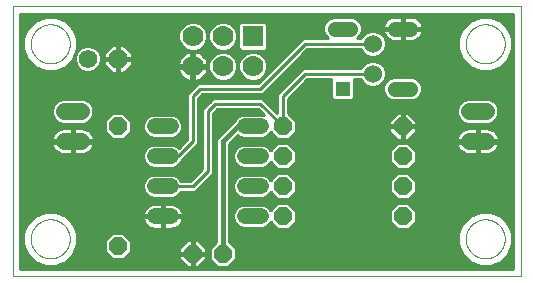
<source format=gbl>
G75*
%MOIN*%
%OFA0B0*%
%FSLAX25Y25*%
%IPPOS*%
%LPD*%
%AMOC8*
5,1,8,0,0,1.08239X$1,22.5*
%
%ADD10C,0.00000*%
%ADD11C,0.05200*%
%ADD12C,0.05600*%
%ADD13R,0.05150X0.05150*%
%ADD14C,0.05150*%
%ADD15C,0.06000*%
%ADD16OC8,0.06200*%
%ADD17C,0.06200*%
%ADD18R,0.07000X0.07000*%
%ADD19C,0.07000*%
%ADD20OC8,0.06000*%
%ADD21C,0.01000*%
%ADD22C,0.01600*%
D10*
X0001494Y0001520D02*
X0001516Y0091480D01*
X0170850Y0091480D01*
X0170850Y0001520D01*
X0001494Y0001520D01*
X0007500Y0014000D02*
X0007502Y0014161D01*
X0007508Y0014321D01*
X0007518Y0014482D01*
X0007532Y0014642D01*
X0007550Y0014802D01*
X0007571Y0014961D01*
X0007597Y0015120D01*
X0007627Y0015278D01*
X0007660Y0015435D01*
X0007698Y0015592D01*
X0007739Y0015747D01*
X0007784Y0015901D01*
X0007833Y0016054D01*
X0007886Y0016206D01*
X0007942Y0016357D01*
X0008003Y0016506D01*
X0008066Y0016654D01*
X0008134Y0016800D01*
X0008205Y0016944D01*
X0008279Y0017086D01*
X0008357Y0017227D01*
X0008439Y0017365D01*
X0008524Y0017502D01*
X0008612Y0017636D01*
X0008704Y0017768D01*
X0008799Y0017898D01*
X0008897Y0018026D01*
X0008998Y0018151D01*
X0009102Y0018273D01*
X0009209Y0018393D01*
X0009319Y0018510D01*
X0009432Y0018625D01*
X0009548Y0018736D01*
X0009667Y0018845D01*
X0009788Y0018950D01*
X0009912Y0019053D01*
X0010038Y0019153D01*
X0010166Y0019249D01*
X0010297Y0019342D01*
X0010431Y0019432D01*
X0010566Y0019519D01*
X0010704Y0019602D01*
X0010843Y0019682D01*
X0010985Y0019758D01*
X0011128Y0019831D01*
X0011273Y0019900D01*
X0011420Y0019966D01*
X0011568Y0020028D01*
X0011718Y0020086D01*
X0011869Y0020141D01*
X0012022Y0020192D01*
X0012176Y0020239D01*
X0012331Y0020282D01*
X0012487Y0020321D01*
X0012643Y0020357D01*
X0012801Y0020388D01*
X0012959Y0020416D01*
X0013118Y0020440D01*
X0013278Y0020460D01*
X0013438Y0020476D01*
X0013598Y0020488D01*
X0013759Y0020496D01*
X0013920Y0020500D01*
X0014080Y0020500D01*
X0014241Y0020496D01*
X0014402Y0020488D01*
X0014562Y0020476D01*
X0014722Y0020460D01*
X0014882Y0020440D01*
X0015041Y0020416D01*
X0015199Y0020388D01*
X0015357Y0020357D01*
X0015513Y0020321D01*
X0015669Y0020282D01*
X0015824Y0020239D01*
X0015978Y0020192D01*
X0016131Y0020141D01*
X0016282Y0020086D01*
X0016432Y0020028D01*
X0016580Y0019966D01*
X0016727Y0019900D01*
X0016872Y0019831D01*
X0017015Y0019758D01*
X0017157Y0019682D01*
X0017296Y0019602D01*
X0017434Y0019519D01*
X0017569Y0019432D01*
X0017703Y0019342D01*
X0017834Y0019249D01*
X0017962Y0019153D01*
X0018088Y0019053D01*
X0018212Y0018950D01*
X0018333Y0018845D01*
X0018452Y0018736D01*
X0018568Y0018625D01*
X0018681Y0018510D01*
X0018791Y0018393D01*
X0018898Y0018273D01*
X0019002Y0018151D01*
X0019103Y0018026D01*
X0019201Y0017898D01*
X0019296Y0017768D01*
X0019388Y0017636D01*
X0019476Y0017502D01*
X0019561Y0017365D01*
X0019643Y0017227D01*
X0019721Y0017086D01*
X0019795Y0016944D01*
X0019866Y0016800D01*
X0019934Y0016654D01*
X0019997Y0016506D01*
X0020058Y0016357D01*
X0020114Y0016206D01*
X0020167Y0016054D01*
X0020216Y0015901D01*
X0020261Y0015747D01*
X0020302Y0015592D01*
X0020340Y0015435D01*
X0020373Y0015278D01*
X0020403Y0015120D01*
X0020429Y0014961D01*
X0020450Y0014802D01*
X0020468Y0014642D01*
X0020482Y0014482D01*
X0020492Y0014321D01*
X0020498Y0014161D01*
X0020500Y0014000D01*
X0020498Y0013839D01*
X0020492Y0013679D01*
X0020482Y0013518D01*
X0020468Y0013358D01*
X0020450Y0013198D01*
X0020429Y0013039D01*
X0020403Y0012880D01*
X0020373Y0012722D01*
X0020340Y0012565D01*
X0020302Y0012408D01*
X0020261Y0012253D01*
X0020216Y0012099D01*
X0020167Y0011946D01*
X0020114Y0011794D01*
X0020058Y0011643D01*
X0019997Y0011494D01*
X0019934Y0011346D01*
X0019866Y0011200D01*
X0019795Y0011056D01*
X0019721Y0010914D01*
X0019643Y0010773D01*
X0019561Y0010635D01*
X0019476Y0010498D01*
X0019388Y0010364D01*
X0019296Y0010232D01*
X0019201Y0010102D01*
X0019103Y0009974D01*
X0019002Y0009849D01*
X0018898Y0009727D01*
X0018791Y0009607D01*
X0018681Y0009490D01*
X0018568Y0009375D01*
X0018452Y0009264D01*
X0018333Y0009155D01*
X0018212Y0009050D01*
X0018088Y0008947D01*
X0017962Y0008847D01*
X0017834Y0008751D01*
X0017703Y0008658D01*
X0017569Y0008568D01*
X0017434Y0008481D01*
X0017296Y0008398D01*
X0017157Y0008318D01*
X0017015Y0008242D01*
X0016872Y0008169D01*
X0016727Y0008100D01*
X0016580Y0008034D01*
X0016432Y0007972D01*
X0016282Y0007914D01*
X0016131Y0007859D01*
X0015978Y0007808D01*
X0015824Y0007761D01*
X0015669Y0007718D01*
X0015513Y0007679D01*
X0015357Y0007643D01*
X0015199Y0007612D01*
X0015041Y0007584D01*
X0014882Y0007560D01*
X0014722Y0007540D01*
X0014562Y0007524D01*
X0014402Y0007512D01*
X0014241Y0007504D01*
X0014080Y0007500D01*
X0013920Y0007500D01*
X0013759Y0007504D01*
X0013598Y0007512D01*
X0013438Y0007524D01*
X0013278Y0007540D01*
X0013118Y0007560D01*
X0012959Y0007584D01*
X0012801Y0007612D01*
X0012643Y0007643D01*
X0012487Y0007679D01*
X0012331Y0007718D01*
X0012176Y0007761D01*
X0012022Y0007808D01*
X0011869Y0007859D01*
X0011718Y0007914D01*
X0011568Y0007972D01*
X0011420Y0008034D01*
X0011273Y0008100D01*
X0011128Y0008169D01*
X0010985Y0008242D01*
X0010843Y0008318D01*
X0010704Y0008398D01*
X0010566Y0008481D01*
X0010431Y0008568D01*
X0010297Y0008658D01*
X0010166Y0008751D01*
X0010038Y0008847D01*
X0009912Y0008947D01*
X0009788Y0009050D01*
X0009667Y0009155D01*
X0009548Y0009264D01*
X0009432Y0009375D01*
X0009319Y0009490D01*
X0009209Y0009607D01*
X0009102Y0009727D01*
X0008998Y0009849D01*
X0008897Y0009974D01*
X0008799Y0010102D01*
X0008704Y0010232D01*
X0008612Y0010364D01*
X0008524Y0010498D01*
X0008439Y0010635D01*
X0008357Y0010773D01*
X0008279Y0010914D01*
X0008205Y0011056D01*
X0008134Y0011200D01*
X0008066Y0011346D01*
X0008003Y0011494D01*
X0007942Y0011643D01*
X0007886Y0011794D01*
X0007833Y0011946D01*
X0007784Y0012099D01*
X0007739Y0012253D01*
X0007698Y0012408D01*
X0007660Y0012565D01*
X0007627Y0012722D01*
X0007597Y0012880D01*
X0007571Y0013039D01*
X0007550Y0013198D01*
X0007532Y0013358D01*
X0007518Y0013518D01*
X0007508Y0013679D01*
X0007502Y0013839D01*
X0007500Y0014000D01*
X0007500Y0079000D02*
X0007502Y0079161D01*
X0007508Y0079321D01*
X0007518Y0079482D01*
X0007532Y0079642D01*
X0007550Y0079802D01*
X0007571Y0079961D01*
X0007597Y0080120D01*
X0007627Y0080278D01*
X0007660Y0080435D01*
X0007698Y0080592D01*
X0007739Y0080747D01*
X0007784Y0080901D01*
X0007833Y0081054D01*
X0007886Y0081206D01*
X0007942Y0081357D01*
X0008003Y0081506D01*
X0008066Y0081654D01*
X0008134Y0081800D01*
X0008205Y0081944D01*
X0008279Y0082086D01*
X0008357Y0082227D01*
X0008439Y0082365D01*
X0008524Y0082502D01*
X0008612Y0082636D01*
X0008704Y0082768D01*
X0008799Y0082898D01*
X0008897Y0083026D01*
X0008998Y0083151D01*
X0009102Y0083273D01*
X0009209Y0083393D01*
X0009319Y0083510D01*
X0009432Y0083625D01*
X0009548Y0083736D01*
X0009667Y0083845D01*
X0009788Y0083950D01*
X0009912Y0084053D01*
X0010038Y0084153D01*
X0010166Y0084249D01*
X0010297Y0084342D01*
X0010431Y0084432D01*
X0010566Y0084519D01*
X0010704Y0084602D01*
X0010843Y0084682D01*
X0010985Y0084758D01*
X0011128Y0084831D01*
X0011273Y0084900D01*
X0011420Y0084966D01*
X0011568Y0085028D01*
X0011718Y0085086D01*
X0011869Y0085141D01*
X0012022Y0085192D01*
X0012176Y0085239D01*
X0012331Y0085282D01*
X0012487Y0085321D01*
X0012643Y0085357D01*
X0012801Y0085388D01*
X0012959Y0085416D01*
X0013118Y0085440D01*
X0013278Y0085460D01*
X0013438Y0085476D01*
X0013598Y0085488D01*
X0013759Y0085496D01*
X0013920Y0085500D01*
X0014080Y0085500D01*
X0014241Y0085496D01*
X0014402Y0085488D01*
X0014562Y0085476D01*
X0014722Y0085460D01*
X0014882Y0085440D01*
X0015041Y0085416D01*
X0015199Y0085388D01*
X0015357Y0085357D01*
X0015513Y0085321D01*
X0015669Y0085282D01*
X0015824Y0085239D01*
X0015978Y0085192D01*
X0016131Y0085141D01*
X0016282Y0085086D01*
X0016432Y0085028D01*
X0016580Y0084966D01*
X0016727Y0084900D01*
X0016872Y0084831D01*
X0017015Y0084758D01*
X0017157Y0084682D01*
X0017296Y0084602D01*
X0017434Y0084519D01*
X0017569Y0084432D01*
X0017703Y0084342D01*
X0017834Y0084249D01*
X0017962Y0084153D01*
X0018088Y0084053D01*
X0018212Y0083950D01*
X0018333Y0083845D01*
X0018452Y0083736D01*
X0018568Y0083625D01*
X0018681Y0083510D01*
X0018791Y0083393D01*
X0018898Y0083273D01*
X0019002Y0083151D01*
X0019103Y0083026D01*
X0019201Y0082898D01*
X0019296Y0082768D01*
X0019388Y0082636D01*
X0019476Y0082502D01*
X0019561Y0082365D01*
X0019643Y0082227D01*
X0019721Y0082086D01*
X0019795Y0081944D01*
X0019866Y0081800D01*
X0019934Y0081654D01*
X0019997Y0081506D01*
X0020058Y0081357D01*
X0020114Y0081206D01*
X0020167Y0081054D01*
X0020216Y0080901D01*
X0020261Y0080747D01*
X0020302Y0080592D01*
X0020340Y0080435D01*
X0020373Y0080278D01*
X0020403Y0080120D01*
X0020429Y0079961D01*
X0020450Y0079802D01*
X0020468Y0079642D01*
X0020482Y0079482D01*
X0020492Y0079321D01*
X0020498Y0079161D01*
X0020500Y0079000D01*
X0020498Y0078839D01*
X0020492Y0078679D01*
X0020482Y0078518D01*
X0020468Y0078358D01*
X0020450Y0078198D01*
X0020429Y0078039D01*
X0020403Y0077880D01*
X0020373Y0077722D01*
X0020340Y0077565D01*
X0020302Y0077408D01*
X0020261Y0077253D01*
X0020216Y0077099D01*
X0020167Y0076946D01*
X0020114Y0076794D01*
X0020058Y0076643D01*
X0019997Y0076494D01*
X0019934Y0076346D01*
X0019866Y0076200D01*
X0019795Y0076056D01*
X0019721Y0075914D01*
X0019643Y0075773D01*
X0019561Y0075635D01*
X0019476Y0075498D01*
X0019388Y0075364D01*
X0019296Y0075232D01*
X0019201Y0075102D01*
X0019103Y0074974D01*
X0019002Y0074849D01*
X0018898Y0074727D01*
X0018791Y0074607D01*
X0018681Y0074490D01*
X0018568Y0074375D01*
X0018452Y0074264D01*
X0018333Y0074155D01*
X0018212Y0074050D01*
X0018088Y0073947D01*
X0017962Y0073847D01*
X0017834Y0073751D01*
X0017703Y0073658D01*
X0017569Y0073568D01*
X0017434Y0073481D01*
X0017296Y0073398D01*
X0017157Y0073318D01*
X0017015Y0073242D01*
X0016872Y0073169D01*
X0016727Y0073100D01*
X0016580Y0073034D01*
X0016432Y0072972D01*
X0016282Y0072914D01*
X0016131Y0072859D01*
X0015978Y0072808D01*
X0015824Y0072761D01*
X0015669Y0072718D01*
X0015513Y0072679D01*
X0015357Y0072643D01*
X0015199Y0072612D01*
X0015041Y0072584D01*
X0014882Y0072560D01*
X0014722Y0072540D01*
X0014562Y0072524D01*
X0014402Y0072512D01*
X0014241Y0072504D01*
X0014080Y0072500D01*
X0013920Y0072500D01*
X0013759Y0072504D01*
X0013598Y0072512D01*
X0013438Y0072524D01*
X0013278Y0072540D01*
X0013118Y0072560D01*
X0012959Y0072584D01*
X0012801Y0072612D01*
X0012643Y0072643D01*
X0012487Y0072679D01*
X0012331Y0072718D01*
X0012176Y0072761D01*
X0012022Y0072808D01*
X0011869Y0072859D01*
X0011718Y0072914D01*
X0011568Y0072972D01*
X0011420Y0073034D01*
X0011273Y0073100D01*
X0011128Y0073169D01*
X0010985Y0073242D01*
X0010843Y0073318D01*
X0010704Y0073398D01*
X0010566Y0073481D01*
X0010431Y0073568D01*
X0010297Y0073658D01*
X0010166Y0073751D01*
X0010038Y0073847D01*
X0009912Y0073947D01*
X0009788Y0074050D01*
X0009667Y0074155D01*
X0009548Y0074264D01*
X0009432Y0074375D01*
X0009319Y0074490D01*
X0009209Y0074607D01*
X0009102Y0074727D01*
X0008998Y0074849D01*
X0008897Y0074974D01*
X0008799Y0075102D01*
X0008704Y0075232D01*
X0008612Y0075364D01*
X0008524Y0075498D01*
X0008439Y0075635D01*
X0008357Y0075773D01*
X0008279Y0075914D01*
X0008205Y0076056D01*
X0008134Y0076200D01*
X0008066Y0076346D01*
X0008003Y0076494D01*
X0007942Y0076643D01*
X0007886Y0076794D01*
X0007833Y0076946D01*
X0007784Y0077099D01*
X0007739Y0077253D01*
X0007698Y0077408D01*
X0007660Y0077565D01*
X0007627Y0077722D01*
X0007597Y0077880D01*
X0007571Y0078039D01*
X0007550Y0078198D01*
X0007532Y0078358D01*
X0007518Y0078518D01*
X0007508Y0078679D01*
X0007502Y0078839D01*
X0007500Y0079000D01*
X0152500Y0079000D02*
X0152502Y0079161D01*
X0152508Y0079321D01*
X0152518Y0079482D01*
X0152532Y0079642D01*
X0152550Y0079802D01*
X0152571Y0079961D01*
X0152597Y0080120D01*
X0152627Y0080278D01*
X0152660Y0080435D01*
X0152698Y0080592D01*
X0152739Y0080747D01*
X0152784Y0080901D01*
X0152833Y0081054D01*
X0152886Y0081206D01*
X0152942Y0081357D01*
X0153003Y0081506D01*
X0153066Y0081654D01*
X0153134Y0081800D01*
X0153205Y0081944D01*
X0153279Y0082086D01*
X0153357Y0082227D01*
X0153439Y0082365D01*
X0153524Y0082502D01*
X0153612Y0082636D01*
X0153704Y0082768D01*
X0153799Y0082898D01*
X0153897Y0083026D01*
X0153998Y0083151D01*
X0154102Y0083273D01*
X0154209Y0083393D01*
X0154319Y0083510D01*
X0154432Y0083625D01*
X0154548Y0083736D01*
X0154667Y0083845D01*
X0154788Y0083950D01*
X0154912Y0084053D01*
X0155038Y0084153D01*
X0155166Y0084249D01*
X0155297Y0084342D01*
X0155431Y0084432D01*
X0155566Y0084519D01*
X0155704Y0084602D01*
X0155843Y0084682D01*
X0155985Y0084758D01*
X0156128Y0084831D01*
X0156273Y0084900D01*
X0156420Y0084966D01*
X0156568Y0085028D01*
X0156718Y0085086D01*
X0156869Y0085141D01*
X0157022Y0085192D01*
X0157176Y0085239D01*
X0157331Y0085282D01*
X0157487Y0085321D01*
X0157643Y0085357D01*
X0157801Y0085388D01*
X0157959Y0085416D01*
X0158118Y0085440D01*
X0158278Y0085460D01*
X0158438Y0085476D01*
X0158598Y0085488D01*
X0158759Y0085496D01*
X0158920Y0085500D01*
X0159080Y0085500D01*
X0159241Y0085496D01*
X0159402Y0085488D01*
X0159562Y0085476D01*
X0159722Y0085460D01*
X0159882Y0085440D01*
X0160041Y0085416D01*
X0160199Y0085388D01*
X0160357Y0085357D01*
X0160513Y0085321D01*
X0160669Y0085282D01*
X0160824Y0085239D01*
X0160978Y0085192D01*
X0161131Y0085141D01*
X0161282Y0085086D01*
X0161432Y0085028D01*
X0161580Y0084966D01*
X0161727Y0084900D01*
X0161872Y0084831D01*
X0162015Y0084758D01*
X0162157Y0084682D01*
X0162296Y0084602D01*
X0162434Y0084519D01*
X0162569Y0084432D01*
X0162703Y0084342D01*
X0162834Y0084249D01*
X0162962Y0084153D01*
X0163088Y0084053D01*
X0163212Y0083950D01*
X0163333Y0083845D01*
X0163452Y0083736D01*
X0163568Y0083625D01*
X0163681Y0083510D01*
X0163791Y0083393D01*
X0163898Y0083273D01*
X0164002Y0083151D01*
X0164103Y0083026D01*
X0164201Y0082898D01*
X0164296Y0082768D01*
X0164388Y0082636D01*
X0164476Y0082502D01*
X0164561Y0082365D01*
X0164643Y0082227D01*
X0164721Y0082086D01*
X0164795Y0081944D01*
X0164866Y0081800D01*
X0164934Y0081654D01*
X0164997Y0081506D01*
X0165058Y0081357D01*
X0165114Y0081206D01*
X0165167Y0081054D01*
X0165216Y0080901D01*
X0165261Y0080747D01*
X0165302Y0080592D01*
X0165340Y0080435D01*
X0165373Y0080278D01*
X0165403Y0080120D01*
X0165429Y0079961D01*
X0165450Y0079802D01*
X0165468Y0079642D01*
X0165482Y0079482D01*
X0165492Y0079321D01*
X0165498Y0079161D01*
X0165500Y0079000D01*
X0165498Y0078839D01*
X0165492Y0078679D01*
X0165482Y0078518D01*
X0165468Y0078358D01*
X0165450Y0078198D01*
X0165429Y0078039D01*
X0165403Y0077880D01*
X0165373Y0077722D01*
X0165340Y0077565D01*
X0165302Y0077408D01*
X0165261Y0077253D01*
X0165216Y0077099D01*
X0165167Y0076946D01*
X0165114Y0076794D01*
X0165058Y0076643D01*
X0164997Y0076494D01*
X0164934Y0076346D01*
X0164866Y0076200D01*
X0164795Y0076056D01*
X0164721Y0075914D01*
X0164643Y0075773D01*
X0164561Y0075635D01*
X0164476Y0075498D01*
X0164388Y0075364D01*
X0164296Y0075232D01*
X0164201Y0075102D01*
X0164103Y0074974D01*
X0164002Y0074849D01*
X0163898Y0074727D01*
X0163791Y0074607D01*
X0163681Y0074490D01*
X0163568Y0074375D01*
X0163452Y0074264D01*
X0163333Y0074155D01*
X0163212Y0074050D01*
X0163088Y0073947D01*
X0162962Y0073847D01*
X0162834Y0073751D01*
X0162703Y0073658D01*
X0162569Y0073568D01*
X0162434Y0073481D01*
X0162296Y0073398D01*
X0162157Y0073318D01*
X0162015Y0073242D01*
X0161872Y0073169D01*
X0161727Y0073100D01*
X0161580Y0073034D01*
X0161432Y0072972D01*
X0161282Y0072914D01*
X0161131Y0072859D01*
X0160978Y0072808D01*
X0160824Y0072761D01*
X0160669Y0072718D01*
X0160513Y0072679D01*
X0160357Y0072643D01*
X0160199Y0072612D01*
X0160041Y0072584D01*
X0159882Y0072560D01*
X0159722Y0072540D01*
X0159562Y0072524D01*
X0159402Y0072512D01*
X0159241Y0072504D01*
X0159080Y0072500D01*
X0158920Y0072500D01*
X0158759Y0072504D01*
X0158598Y0072512D01*
X0158438Y0072524D01*
X0158278Y0072540D01*
X0158118Y0072560D01*
X0157959Y0072584D01*
X0157801Y0072612D01*
X0157643Y0072643D01*
X0157487Y0072679D01*
X0157331Y0072718D01*
X0157176Y0072761D01*
X0157022Y0072808D01*
X0156869Y0072859D01*
X0156718Y0072914D01*
X0156568Y0072972D01*
X0156420Y0073034D01*
X0156273Y0073100D01*
X0156128Y0073169D01*
X0155985Y0073242D01*
X0155843Y0073318D01*
X0155704Y0073398D01*
X0155566Y0073481D01*
X0155431Y0073568D01*
X0155297Y0073658D01*
X0155166Y0073751D01*
X0155038Y0073847D01*
X0154912Y0073947D01*
X0154788Y0074050D01*
X0154667Y0074155D01*
X0154548Y0074264D01*
X0154432Y0074375D01*
X0154319Y0074490D01*
X0154209Y0074607D01*
X0154102Y0074727D01*
X0153998Y0074849D01*
X0153897Y0074974D01*
X0153799Y0075102D01*
X0153704Y0075232D01*
X0153612Y0075364D01*
X0153524Y0075498D01*
X0153439Y0075635D01*
X0153357Y0075773D01*
X0153279Y0075914D01*
X0153205Y0076056D01*
X0153134Y0076200D01*
X0153066Y0076346D01*
X0153003Y0076494D01*
X0152942Y0076643D01*
X0152886Y0076794D01*
X0152833Y0076946D01*
X0152784Y0077099D01*
X0152739Y0077253D01*
X0152698Y0077408D01*
X0152660Y0077565D01*
X0152627Y0077722D01*
X0152597Y0077880D01*
X0152571Y0078039D01*
X0152550Y0078198D01*
X0152532Y0078358D01*
X0152518Y0078518D01*
X0152508Y0078679D01*
X0152502Y0078839D01*
X0152500Y0079000D01*
X0152500Y0014000D02*
X0152502Y0014161D01*
X0152508Y0014321D01*
X0152518Y0014482D01*
X0152532Y0014642D01*
X0152550Y0014802D01*
X0152571Y0014961D01*
X0152597Y0015120D01*
X0152627Y0015278D01*
X0152660Y0015435D01*
X0152698Y0015592D01*
X0152739Y0015747D01*
X0152784Y0015901D01*
X0152833Y0016054D01*
X0152886Y0016206D01*
X0152942Y0016357D01*
X0153003Y0016506D01*
X0153066Y0016654D01*
X0153134Y0016800D01*
X0153205Y0016944D01*
X0153279Y0017086D01*
X0153357Y0017227D01*
X0153439Y0017365D01*
X0153524Y0017502D01*
X0153612Y0017636D01*
X0153704Y0017768D01*
X0153799Y0017898D01*
X0153897Y0018026D01*
X0153998Y0018151D01*
X0154102Y0018273D01*
X0154209Y0018393D01*
X0154319Y0018510D01*
X0154432Y0018625D01*
X0154548Y0018736D01*
X0154667Y0018845D01*
X0154788Y0018950D01*
X0154912Y0019053D01*
X0155038Y0019153D01*
X0155166Y0019249D01*
X0155297Y0019342D01*
X0155431Y0019432D01*
X0155566Y0019519D01*
X0155704Y0019602D01*
X0155843Y0019682D01*
X0155985Y0019758D01*
X0156128Y0019831D01*
X0156273Y0019900D01*
X0156420Y0019966D01*
X0156568Y0020028D01*
X0156718Y0020086D01*
X0156869Y0020141D01*
X0157022Y0020192D01*
X0157176Y0020239D01*
X0157331Y0020282D01*
X0157487Y0020321D01*
X0157643Y0020357D01*
X0157801Y0020388D01*
X0157959Y0020416D01*
X0158118Y0020440D01*
X0158278Y0020460D01*
X0158438Y0020476D01*
X0158598Y0020488D01*
X0158759Y0020496D01*
X0158920Y0020500D01*
X0159080Y0020500D01*
X0159241Y0020496D01*
X0159402Y0020488D01*
X0159562Y0020476D01*
X0159722Y0020460D01*
X0159882Y0020440D01*
X0160041Y0020416D01*
X0160199Y0020388D01*
X0160357Y0020357D01*
X0160513Y0020321D01*
X0160669Y0020282D01*
X0160824Y0020239D01*
X0160978Y0020192D01*
X0161131Y0020141D01*
X0161282Y0020086D01*
X0161432Y0020028D01*
X0161580Y0019966D01*
X0161727Y0019900D01*
X0161872Y0019831D01*
X0162015Y0019758D01*
X0162157Y0019682D01*
X0162296Y0019602D01*
X0162434Y0019519D01*
X0162569Y0019432D01*
X0162703Y0019342D01*
X0162834Y0019249D01*
X0162962Y0019153D01*
X0163088Y0019053D01*
X0163212Y0018950D01*
X0163333Y0018845D01*
X0163452Y0018736D01*
X0163568Y0018625D01*
X0163681Y0018510D01*
X0163791Y0018393D01*
X0163898Y0018273D01*
X0164002Y0018151D01*
X0164103Y0018026D01*
X0164201Y0017898D01*
X0164296Y0017768D01*
X0164388Y0017636D01*
X0164476Y0017502D01*
X0164561Y0017365D01*
X0164643Y0017227D01*
X0164721Y0017086D01*
X0164795Y0016944D01*
X0164866Y0016800D01*
X0164934Y0016654D01*
X0164997Y0016506D01*
X0165058Y0016357D01*
X0165114Y0016206D01*
X0165167Y0016054D01*
X0165216Y0015901D01*
X0165261Y0015747D01*
X0165302Y0015592D01*
X0165340Y0015435D01*
X0165373Y0015278D01*
X0165403Y0015120D01*
X0165429Y0014961D01*
X0165450Y0014802D01*
X0165468Y0014642D01*
X0165482Y0014482D01*
X0165492Y0014321D01*
X0165498Y0014161D01*
X0165500Y0014000D01*
X0165498Y0013839D01*
X0165492Y0013679D01*
X0165482Y0013518D01*
X0165468Y0013358D01*
X0165450Y0013198D01*
X0165429Y0013039D01*
X0165403Y0012880D01*
X0165373Y0012722D01*
X0165340Y0012565D01*
X0165302Y0012408D01*
X0165261Y0012253D01*
X0165216Y0012099D01*
X0165167Y0011946D01*
X0165114Y0011794D01*
X0165058Y0011643D01*
X0164997Y0011494D01*
X0164934Y0011346D01*
X0164866Y0011200D01*
X0164795Y0011056D01*
X0164721Y0010914D01*
X0164643Y0010773D01*
X0164561Y0010635D01*
X0164476Y0010498D01*
X0164388Y0010364D01*
X0164296Y0010232D01*
X0164201Y0010102D01*
X0164103Y0009974D01*
X0164002Y0009849D01*
X0163898Y0009727D01*
X0163791Y0009607D01*
X0163681Y0009490D01*
X0163568Y0009375D01*
X0163452Y0009264D01*
X0163333Y0009155D01*
X0163212Y0009050D01*
X0163088Y0008947D01*
X0162962Y0008847D01*
X0162834Y0008751D01*
X0162703Y0008658D01*
X0162569Y0008568D01*
X0162434Y0008481D01*
X0162296Y0008398D01*
X0162157Y0008318D01*
X0162015Y0008242D01*
X0161872Y0008169D01*
X0161727Y0008100D01*
X0161580Y0008034D01*
X0161432Y0007972D01*
X0161282Y0007914D01*
X0161131Y0007859D01*
X0160978Y0007808D01*
X0160824Y0007761D01*
X0160669Y0007718D01*
X0160513Y0007679D01*
X0160357Y0007643D01*
X0160199Y0007612D01*
X0160041Y0007584D01*
X0159882Y0007560D01*
X0159722Y0007540D01*
X0159562Y0007524D01*
X0159402Y0007512D01*
X0159241Y0007504D01*
X0159080Y0007500D01*
X0158920Y0007500D01*
X0158759Y0007504D01*
X0158598Y0007512D01*
X0158438Y0007524D01*
X0158278Y0007540D01*
X0158118Y0007560D01*
X0157959Y0007584D01*
X0157801Y0007612D01*
X0157643Y0007643D01*
X0157487Y0007679D01*
X0157331Y0007718D01*
X0157176Y0007761D01*
X0157022Y0007808D01*
X0156869Y0007859D01*
X0156718Y0007914D01*
X0156568Y0007972D01*
X0156420Y0008034D01*
X0156273Y0008100D01*
X0156128Y0008169D01*
X0155985Y0008242D01*
X0155843Y0008318D01*
X0155704Y0008398D01*
X0155566Y0008481D01*
X0155431Y0008568D01*
X0155297Y0008658D01*
X0155166Y0008751D01*
X0155038Y0008847D01*
X0154912Y0008947D01*
X0154788Y0009050D01*
X0154667Y0009155D01*
X0154548Y0009264D01*
X0154432Y0009375D01*
X0154319Y0009490D01*
X0154209Y0009607D01*
X0154102Y0009727D01*
X0153998Y0009849D01*
X0153897Y0009974D01*
X0153799Y0010102D01*
X0153704Y0010232D01*
X0153612Y0010364D01*
X0153524Y0010498D01*
X0153439Y0010635D01*
X0153357Y0010773D01*
X0153279Y0010914D01*
X0153205Y0011056D01*
X0153134Y0011200D01*
X0153066Y0011346D01*
X0153003Y0011494D01*
X0152942Y0011643D01*
X0152886Y0011794D01*
X0152833Y0011946D01*
X0152784Y0012099D01*
X0152739Y0012253D01*
X0152698Y0012408D01*
X0152660Y0012565D01*
X0152627Y0012722D01*
X0152597Y0012880D01*
X0152571Y0013039D01*
X0152550Y0013198D01*
X0152532Y0013358D01*
X0152518Y0013518D01*
X0152508Y0013679D01*
X0152502Y0013839D01*
X0152500Y0014000D01*
D11*
X0084100Y0021500D02*
X0078900Y0021500D01*
X0078900Y0031500D02*
X0084100Y0031500D01*
X0084100Y0041500D02*
X0078900Y0041500D01*
X0078900Y0051500D02*
X0084100Y0051500D01*
X0054100Y0051500D02*
X0048900Y0051500D01*
X0048900Y0041500D02*
X0054100Y0041500D01*
X0054100Y0031500D02*
X0048900Y0031500D01*
X0048900Y0021500D02*
X0054100Y0021500D01*
D12*
X0024300Y0046500D02*
X0018700Y0046500D01*
X0018700Y0056500D02*
X0024300Y0056500D01*
X0153700Y0056500D02*
X0159300Y0056500D01*
X0159300Y0046500D02*
X0153700Y0046500D01*
D13*
X0111500Y0064000D03*
D14*
X0128925Y0064000D02*
X0134075Y0064000D01*
X0134075Y0084000D02*
X0128925Y0084000D01*
X0114075Y0084000D02*
X0108925Y0084000D01*
D15*
X0121500Y0079000D03*
X0121500Y0069000D03*
D16*
X0036500Y0074000D03*
D17*
X0026500Y0074000D03*
D18*
X0081500Y0081500D03*
D19*
X0071500Y0081500D03*
X0061500Y0081500D03*
X0061500Y0071500D03*
X0071500Y0071500D03*
X0081500Y0071500D03*
D20*
X0091500Y0051500D03*
X0091500Y0041500D03*
X0091500Y0031500D03*
X0091500Y0021500D03*
X0071500Y0009000D03*
X0061500Y0009000D03*
X0036500Y0011500D03*
X0036500Y0051500D03*
X0131500Y0051500D03*
X0131500Y0041500D03*
X0131500Y0031500D03*
X0131500Y0021500D03*
D21*
X0135800Y0021470D02*
X0153742Y0021470D01*
X0153902Y0021630D02*
X0151370Y0019098D01*
X0150000Y0015790D01*
X0150000Y0012210D01*
X0151370Y0008902D01*
X0153902Y0006370D01*
X0157210Y0005000D01*
X0160790Y0005000D01*
X0164098Y0006370D01*
X0166630Y0008902D01*
X0168000Y0012210D01*
X0168000Y0015790D01*
X0166630Y0019098D01*
X0164098Y0021630D01*
X0160790Y0023000D01*
X0157210Y0023000D01*
X0153902Y0021630D01*
X0152744Y0020472D02*
X0135800Y0020472D01*
X0135800Y0019719D02*
X0133281Y0017200D01*
X0129719Y0017200D01*
X0127200Y0019719D01*
X0127200Y0023281D01*
X0129719Y0025800D01*
X0133281Y0025800D01*
X0135800Y0023281D01*
X0135800Y0019719D01*
X0135554Y0019473D02*
X0151745Y0019473D01*
X0151112Y0018475D02*
X0134556Y0018475D01*
X0133557Y0017476D02*
X0150698Y0017476D01*
X0150285Y0016478D02*
X0073600Y0016478D01*
X0073600Y0017476D02*
X0089443Y0017476D01*
X0089719Y0017200D02*
X0093281Y0017200D01*
X0095800Y0019719D01*
X0095800Y0023281D01*
X0093281Y0025800D01*
X0089719Y0025800D01*
X0087471Y0023552D01*
X0087406Y0023709D01*
X0086309Y0024806D01*
X0084876Y0025400D01*
X0078124Y0025400D01*
X0076691Y0024806D01*
X0075594Y0023709D01*
X0075000Y0022276D01*
X0075000Y0020724D01*
X0075594Y0019291D01*
X0076691Y0018194D01*
X0078124Y0017600D01*
X0084876Y0017600D01*
X0086309Y0018194D01*
X0087406Y0019291D01*
X0087471Y0019448D01*
X0089719Y0017200D01*
X0088444Y0018475D02*
X0086590Y0018475D01*
X0093557Y0017476D02*
X0129443Y0017476D01*
X0128444Y0018475D02*
X0094556Y0018475D01*
X0095554Y0019473D02*
X0127446Y0019473D01*
X0127200Y0020472D02*
X0095800Y0020472D01*
X0095800Y0021470D02*
X0127200Y0021470D01*
X0127200Y0022469D02*
X0095800Y0022469D01*
X0095614Y0023467D02*
X0127386Y0023467D01*
X0128385Y0024466D02*
X0094615Y0024466D01*
X0093617Y0025464D02*
X0129383Y0025464D01*
X0129719Y0027200D02*
X0133281Y0027200D01*
X0135800Y0029719D01*
X0135800Y0033281D01*
X0133281Y0035800D01*
X0129719Y0035800D01*
X0127200Y0033281D01*
X0127200Y0029719D01*
X0129719Y0027200D01*
X0129458Y0027461D02*
X0093542Y0027461D01*
X0093281Y0027200D02*
X0095800Y0029719D01*
X0095800Y0033281D01*
X0093281Y0035800D01*
X0089719Y0035800D01*
X0087471Y0033552D01*
X0087406Y0033709D01*
X0086309Y0034806D01*
X0084876Y0035400D01*
X0078124Y0035400D01*
X0076691Y0034806D01*
X0075594Y0033709D01*
X0075000Y0032276D01*
X0075000Y0030724D01*
X0075594Y0029291D01*
X0076691Y0028194D01*
X0078124Y0027600D01*
X0084876Y0027600D01*
X0086309Y0028194D01*
X0087406Y0029291D01*
X0087471Y0029448D01*
X0089719Y0027200D01*
X0093281Y0027200D01*
X0094541Y0028460D02*
X0128459Y0028460D01*
X0127461Y0029458D02*
X0095539Y0029458D01*
X0095800Y0030457D02*
X0127200Y0030457D01*
X0127200Y0031455D02*
X0095800Y0031455D01*
X0095800Y0032454D02*
X0127200Y0032454D01*
X0127371Y0033452D02*
X0095629Y0033452D01*
X0094630Y0034451D02*
X0128370Y0034451D01*
X0129368Y0035449D02*
X0093632Y0035449D01*
X0093281Y0037200D02*
X0095800Y0039719D01*
X0095800Y0043281D01*
X0093281Y0045800D01*
X0089719Y0045800D01*
X0087471Y0043552D01*
X0087406Y0043709D01*
X0086309Y0044806D01*
X0084876Y0045400D01*
X0078124Y0045400D01*
X0076691Y0044806D01*
X0075594Y0043709D01*
X0075000Y0042276D01*
X0075000Y0040724D01*
X0075594Y0039291D01*
X0076691Y0038194D01*
X0078124Y0037600D01*
X0084876Y0037600D01*
X0086309Y0038194D01*
X0087406Y0039291D01*
X0087471Y0039448D01*
X0089719Y0037200D01*
X0093281Y0037200D01*
X0093528Y0037446D02*
X0129472Y0037446D01*
X0129719Y0037200D02*
X0133281Y0037200D01*
X0135800Y0039719D01*
X0135800Y0043281D01*
X0133281Y0045800D01*
X0129719Y0045800D01*
X0127200Y0043281D01*
X0127200Y0039719D01*
X0129719Y0037200D01*
X0128474Y0038445D02*
X0094526Y0038445D01*
X0095525Y0039443D02*
X0127475Y0039443D01*
X0127200Y0040442D02*
X0095800Y0040442D01*
X0095800Y0041440D02*
X0127200Y0041440D01*
X0127200Y0042439D02*
X0095800Y0042439D01*
X0095644Y0043437D02*
X0127356Y0043437D01*
X0128355Y0044436D02*
X0094645Y0044436D01*
X0093647Y0045434D02*
X0129353Y0045434D01*
X0129636Y0047000D02*
X0131200Y0047000D01*
X0131200Y0051200D01*
X0131800Y0051200D01*
X0131800Y0051800D01*
X0136000Y0051800D01*
X0136000Y0053364D01*
X0133364Y0056000D01*
X0131800Y0056000D01*
X0131800Y0051800D01*
X0131200Y0051800D01*
X0131200Y0056000D01*
X0129636Y0056000D01*
X0127000Y0053364D01*
X0127000Y0051800D01*
X0131200Y0051800D01*
X0131200Y0051200D01*
X0127000Y0051200D01*
X0127000Y0049636D01*
X0129636Y0047000D01*
X0129205Y0047432D02*
X0093513Y0047432D01*
X0093281Y0047200D02*
X0095800Y0049719D01*
X0095800Y0053281D01*
X0093300Y0055781D01*
X0093300Y0060754D01*
X0099746Y0067200D01*
X0107712Y0067200D01*
X0107625Y0067113D01*
X0107625Y0060887D01*
X0108387Y0060125D01*
X0114613Y0060125D01*
X0115375Y0060887D01*
X0115375Y0067113D01*
X0115288Y0067200D01*
X0117591Y0067200D01*
X0117855Y0066564D01*
X0119064Y0065355D01*
X0120645Y0064700D01*
X0122355Y0064700D01*
X0123936Y0065355D01*
X0125145Y0066564D01*
X0125800Y0068145D01*
X0125800Y0069855D01*
X0125145Y0071436D01*
X0123936Y0072645D01*
X0122355Y0073300D01*
X0120645Y0073300D01*
X0119064Y0072645D01*
X0117855Y0071436D01*
X0117591Y0070800D01*
X0098254Y0070800D01*
X0090754Y0063300D01*
X0089700Y0062246D01*
X0089700Y0055846D01*
X0084746Y0060800D01*
X0068254Y0060800D01*
X0067200Y0059746D01*
X0065754Y0058300D01*
X0064700Y0057246D01*
X0064700Y0037246D01*
X0060754Y0033300D01*
X0057576Y0033300D01*
X0057406Y0033709D01*
X0056309Y0034806D01*
X0054876Y0035400D01*
X0048124Y0035400D01*
X0046691Y0034806D01*
X0045594Y0033709D01*
X0045000Y0032276D01*
X0045000Y0030724D01*
X0045594Y0029291D01*
X0046691Y0028194D01*
X0048124Y0027600D01*
X0054876Y0027600D01*
X0056309Y0028194D01*
X0057406Y0029291D01*
X0057576Y0029700D01*
X0062246Y0029700D01*
X0063300Y0030754D01*
X0068300Y0035754D01*
X0068300Y0055754D01*
X0069746Y0057200D01*
X0083254Y0057200D01*
X0085181Y0055274D01*
X0084876Y0055400D01*
X0078124Y0055400D01*
X0076691Y0054806D01*
X0075594Y0053709D01*
X0075491Y0053461D01*
X0070630Y0048600D01*
X0069400Y0047370D01*
X0069400Y0012981D01*
X0067200Y0010781D01*
X0067200Y0007219D01*
X0069719Y0004700D01*
X0073281Y0004700D01*
X0075800Y0007219D01*
X0075800Y0010781D01*
X0073600Y0012981D01*
X0073600Y0045630D01*
X0076427Y0048457D01*
X0076691Y0048194D01*
X0078124Y0047600D01*
X0084876Y0047600D01*
X0086309Y0048194D01*
X0087406Y0049291D01*
X0087471Y0049448D01*
X0089719Y0047200D01*
X0093281Y0047200D01*
X0094511Y0048430D02*
X0128206Y0048430D01*
X0127207Y0049429D02*
X0095510Y0049429D01*
X0095800Y0050427D02*
X0127000Y0050427D01*
X0127000Y0052424D02*
X0095800Y0052424D01*
X0095800Y0051426D02*
X0131200Y0051426D01*
X0131800Y0051426D02*
X0168350Y0051426D01*
X0168350Y0052424D02*
X0160174Y0052424D01*
X0160116Y0052400D02*
X0161622Y0053024D01*
X0162776Y0054178D01*
X0163400Y0055684D01*
X0163400Y0057316D01*
X0162776Y0058822D01*
X0161622Y0059976D01*
X0160116Y0060600D01*
X0152884Y0060600D01*
X0151378Y0059976D01*
X0150224Y0058822D01*
X0149600Y0057316D01*
X0149600Y0055684D01*
X0150224Y0054178D01*
X0151378Y0053024D01*
X0152884Y0052400D01*
X0160116Y0052400D01*
X0162021Y0053423D02*
X0168350Y0053423D01*
X0168350Y0054421D02*
X0162877Y0054421D01*
X0163290Y0055420D02*
X0168350Y0055420D01*
X0168350Y0056418D02*
X0163400Y0056418D01*
X0163358Y0057417D02*
X0168350Y0057417D01*
X0168350Y0058415D02*
X0162945Y0058415D01*
X0162185Y0059414D02*
X0168350Y0059414D01*
X0168350Y0060412D02*
X0160569Y0060412D01*
X0152431Y0060412D02*
X0135538Y0060412D01*
X0134846Y0060125D02*
X0136270Y0060715D01*
X0137360Y0061805D01*
X0137950Y0063229D01*
X0137950Y0064771D01*
X0137360Y0066195D01*
X0136270Y0067285D01*
X0134846Y0067875D01*
X0128154Y0067875D01*
X0126730Y0067285D01*
X0125640Y0066195D01*
X0125050Y0064771D01*
X0125050Y0063229D01*
X0125640Y0061805D01*
X0126730Y0060715D01*
X0128154Y0060125D01*
X0134846Y0060125D01*
X0136965Y0061411D02*
X0168350Y0061411D01*
X0168350Y0062409D02*
X0137610Y0062409D01*
X0137950Y0063408D02*
X0168350Y0063408D01*
X0168350Y0064406D02*
X0137950Y0064406D01*
X0137687Y0065405D02*
X0168350Y0065405D01*
X0168350Y0066403D02*
X0137151Y0066403D01*
X0135988Y0067402D02*
X0168350Y0067402D01*
X0168350Y0068400D02*
X0125800Y0068400D01*
X0125800Y0069399D02*
X0168350Y0069399D01*
X0168350Y0070397D02*
X0161749Y0070397D01*
X0160790Y0070000D02*
X0164098Y0071370D01*
X0166630Y0073902D01*
X0168000Y0077210D01*
X0168000Y0080790D01*
X0166630Y0084098D01*
X0164098Y0086630D01*
X0160790Y0088000D01*
X0157210Y0088000D01*
X0153902Y0086630D01*
X0151370Y0084098D01*
X0150000Y0080790D01*
X0150000Y0077210D01*
X0151370Y0073902D01*
X0153902Y0071370D01*
X0157210Y0070000D01*
X0160790Y0070000D01*
X0164124Y0071396D02*
X0168350Y0071396D01*
X0168350Y0072394D02*
X0165122Y0072394D01*
X0166121Y0073393D02*
X0168350Y0073393D01*
X0168350Y0074391D02*
X0166833Y0074391D01*
X0167246Y0075390D02*
X0168350Y0075390D01*
X0168350Y0076388D02*
X0167660Y0076388D01*
X0168000Y0077387D02*
X0168350Y0077387D01*
X0168350Y0078385D02*
X0168000Y0078385D01*
X0168000Y0079384D02*
X0168350Y0079384D01*
X0168350Y0080382D02*
X0168000Y0080382D01*
X0167755Y0081381D02*
X0168350Y0081381D01*
X0168350Y0082379D02*
X0167342Y0082379D01*
X0166928Y0083378D02*
X0168350Y0083378D01*
X0168350Y0084376D02*
X0166351Y0084376D01*
X0165353Y0085375D02*
X0168350Y0085375D01*
X0168350Y0086373D02*
X0164354Y0086373D01*
X0162306Y0087372D02*
X0168350Y0087372D01*
X0168350Y0088370D02*
X0004015Y0088370D01*
X0004016Y0088980D02*
X0168350Y0088980D01*
X0168350Y0004020D01*
X0003994Y0004020D01*
X0004016Y0088980D01*
X0004015Y0087372D02*
X0010694Y0087372D01*
X0012210Y0088000D02*
X0008902Y0086630D01*
X0006370Y0084098D01*
X0005000Y0080790D01*
X0005000Y0077210D01*
X0006370Y0073902D01*
X0008902Y0071370D01*
X0012210Y0070000D01*
X0015790Y0070000D01*
X0019098Y0071370D01*
X0021630Y0073902D01*
X0023000Y0077210D01*
X0023000Y0080790D01*
X0021630Y0084098D01*
X0019098Y0086630D01*
X0015790Y0088000D01*
X0012210Y0088000D01*
X0008646Y0086373D02*
X0004015Y0086373D01*
X0004015Y0085375D02*
X0007647Y0085375D01*
X0006649Y0084376D02*
X0004014Y0084376D01*
X0004014Y0083378D02*
X0006072Y0083378D01*
X0005658Y0082379D02*
X0004014Y0082379D01*
X0004014Y0081381D02*
X0005245Y0081381D01*
X0005000Y0080382D02*
X0004013Y0080382D01*
X0004013Y0079384D02*
X0005000Y0079384D01*
X0005000Y0078385D02*
X0004013Y0078385D01*
X0004013Y0077387D02*
X0005000Y0077387D01*
X0005340Y0076388D02*
X0004012Y0076388D01*
X0004012Y0075390D02*
X0005754Y0075390D01*
X0006167Y0074391D02*
X0004012Y0074391D01*
X0004012Y0073393D02*
X0006879Y0073393D01*
X0007878Y0072394D02*
X0004011Y0072394D01*
X0004011Y0071396D02*
X0008876Y0071396D01*
X0011251Y0070397D02*
X0004011Y0070397D01*
X0004011Y0069399D02*
X0056959Y0069399D01*
X0056866Y0069581D02*
X0057224Y0068879D01*
X0057686Y0068243D01*
X0058243Y0067686D01*
X0058879Y0067224D01*
X0059581Y0066866D01*
X0060329Y0066623D01*
X0061016Y0066514D01*
X0061016Y0071016D01*
X0061984Y0071016D01*
X0061984Y0066514D01*
X0062671Y0066623D01*
X0063419Y0066866D01*
X0064121Y0067224D01*
X0064757Y0067686D01*
X0065314Y0068243D01*
X0065776Y0068879D01*
X0066134Y0069581D01*
X0066377Y0070329D01*
X0066486Y0071016D01*
X0061984Y0071016D01*
X0061984Y0071984D01*
X0066486Y0071984D01*
X0066377Y0072671D01*
X0066134Y0073419D01*
X0065776Y0074121D01*
X0065314Y0074757D01*
X0064757Y0075314D01*
X0064121Y0075776D01*
X0063419Y0076134D01*
X0062671Y0076377D01*
X0061984Y0076486D01*
X0061984Y0071984D01*
X0061016Y0071984D01*
X0061016Y0071016D01*
X0056514Y0071016D01*
X0056623Y0070329D01*
X0056866Y0069581D01*
X0056612Y0070397D02*
X0039403Y0070397D01*
X0038405Y0069400D02*
X0036800Y0069400D01*
X0036800Y0073700D01*
X0036800Y0074300D01*
X0041100Y0074300D01*
X0041100Y0075905D01*
X0038405Y0078600D01*
X0036800Y0078600D01*
X0036800Y0074300D01*
X0036200Y0074300D01*
X0036200Y0078600D01*
X0034595Y0078600D01*
X0031900Y0075905D01*
X0031900Y0074300D01*
X0036200Y0074300D01*
X0036200Y0073700D01*
X0036800Y0073700D01*
X0041100Y0073700D01*
X0041100Y0072095D01*
X0038405Y0069400D01*
X0036800Y0070397D02*
X0036200Y0070397D01*
X0036200Y0069400D02*
X0034595Y0069400D01*
X0031900Y0072095D01*
X0031900Y0073700D01*
X0036200Y0073700D01*
X0036200Y0069400D01*
X0033597Y0070397D02*
X0029120Y0070397D01*
X0028992Y0070270D02*
X0030230Y0071508D01*
X0030900Y0073125D01*
X0030900Y0074875D01*
X0030230Y0076492D01*
X0028992Y0077730D01*
X0027375Y0078400D01*
X0025625Y0078400D01*
X0024008Y0077730D01*
X0022770Y0076492D01*
X0022100Y0074875D01*
X0022100Y0073125D01*
X0022770Y0071508D01*
X0024008Y0070270D01*
X0025625Y0069600D01*
X0027375Y0069600D01*
X0028992Y0070270D01*
X0030118Y0071396D02*
X0032599Y0071396D01*
X0031900Y0072394D02*
X0030597Y0072394D01*
X0030900Y0073393D02*
X0031900Y0073393D01*
X0031900Y0074391D02*
X0030900Y0074391D01*
X0030687Y0075390D02*
X0031900Y0075390D01*
X0032383Y0076388D02*
X0030273Y0076388D01*
X0029336Y0077387D02*
X0033381Y0077387D01*
X0034380Y0078385D02*
X0027411Y0078385D01*
X0025589Y0078385D02*
X0023000Y0078385D01*
X0023000Y0077387D02*
X0023664Y0077387D01*
X0022727Y0076388D02*
X0022660Y0076388D01*
X0022313Y0075390D02*
X0022246Y0075390D01*
X0022100Y0074391D02*
X0021833Y0074391D01*
X0022100Y0073393D02*
X0021121Y0073393D01*
X0020122Y0072394D02*
X0022403Y0072394D01*
X0022882Y0071396D02*
X0019124Y0071396D01*
X0016749Y0070397D02*
X0023880Y0070397D01*
X0036200Y0071396D02*
X0036800Y0071396D01*
X0036800Y0072394D02*
X0036200Y0072394D01*
X0036200Y0073393D02*
X0036800Y0073393D01*
X0036800Y0074391D02*
X0036200Y0074391D01*
X0036200Y0075390D02*
X0036800Y0075390D01*
X0036800Y0076388D02*
X0036200Y0076388D01*
X0036200Y0077387D02*
X0036800Y0077387D01*
X0036800Y0078385D02*
X0036200Y0078385D01*
X0038620Y0078385D02*
X0057826Y0078385D01*
X0057431Y0078781D02*
X0058781Y0077431D01*
X0060545Y0076700D01*
X0062455Y0076700D01*
X0064219Y0077431D01*
X0065569Y0078781D01*
X0066300Y0080545D01*
X0066300Y0082455D01*
X0065569Y0084219D01*
X0064219Y0085569D01*
X0062455Y0086300D01*
X0060545Y0086300D01*
X0058781Y0085569D01*
X0057431Y0084219D01*
X0056700Y0082455D01*
X0056700Y0080545D01*
X0057431Y0078781D01*
X0057181Y0079384D02*
X0023000Y0079384D01*
X0023000Y0080382D02*
X0056767Y0080382D01*
X0056700Y0081381D02*
X0022755Y0081381D01*
X0022342Y0082379D02*
X0056700Y0082379D01*
X0057082Y0083378D02*
X0021928Y0083378D01*
X0021351Y0084376D02*
X0057588Y0084376D01*
X0058587Y0085375D02*
X0020353Y0085375D01*
X0019354Y0086373D02*
X0105819Y0086373D01*
X0105640Y0086195D02*
X0105050Y0084771D01*
X0105050Y0083229D01*
X0105640Y0081805D01*
X0106645Y0080800D01*
X0098254Y0080800D01*
X0083254Y0065800D01*
X0063254Y0065800D01*
X0060754Y0063300D01*
X0059700Y0062246D01*
X0059700Y0047246D01*
X0056785Y0044330D01*
X0056309Y0044806D01*
X0054876Y0045400D01*
X0048124Y0045400D01*
X0046691Y0044806D01*
X0045594Y0043709D01*
X0045000Y0042276D01*
X0045000Y0040724D01*
X0045594Y0039291D01*
X0046691Y0038194D01*
X0048124Y0037600D01*
X0054876Y0037600D01*
X0056309Y0038194D01*
X0057406Y0039291D01*
X0057809Y0040264D01*
X0058300Y0040754D01*
X0063300Y0045754D01*
X0063300Y0060754D01*
X0064746Y0062200D01*
X0084746Y0062200D01*
X0085800Y0063254D01*
X0099746Y0077200D01*
X0117591Y0077200D01*
X0117855Y0076564D01*
X0119064Y0075355D01*
X0120645Y0074700D01*
X0122355Y0074700D01*
X0123936Y0075355D01*
X0125145Y0076564D01*
X0125800Y0078145D01*
X0125800Y0079855D01*
X0125145Y0081436D01*
X0123936Y0082645D01*
X0122355Y0083300D01*
X0120645Y0083300D01*
X0119064Y0082645D01*
X0117855Y0081436D01*
X0117591Y0080800D01*
X0116355Y0080800D01*
X0117360Y0081805D01*
X0117950Y0083229D01*
X0117950Y0084771D01*
X0117360Y0086195D01*
X0116270Y0087285D01*
X0114846Y0087875D01*
X0108154Y0087875D01*
X0106730Y0087285D01*
X0105640Y0086195D01*
X0105301Y0085375D02*
X0086300Y0085375D01*
X0086300Y0085538D02*
X0085538Y0086300D01*
X0077462Y0086300D01*
X0076700Y0085538D01*
X0076700Y0077462D01*
X0077462Y0076700D01*
X0085538Y0076700D01*
X0086300Y0077462D01*
X0086300Y0085538D01*
X0086300Y0084376D02*
X0105050Y0084376D01*
X0105050Y0083378D02*
X0086300Y0083378D01*
X0086300Y0082379D02*
X0105402Y0082379D01*
X0106064Y0081381D02*
X0086300Y0081381D01*
X0086300Y0080382D02*
X0097837Y0080382D01*
X0096838Y0079384D02*
X0086300Y0079384D01*
X0086300Y0078385D02*
X0095840Y0078385D01*
X0094841Y0077387D02*
X0086225Y0077387D01*
X0084398Y0075390D02*
X0092844Y0075390D01*
X0093843Y0076388D02*
X0062598Y0076388D01*
X0061984Y0076388D02*
X0061016Y0076388D01*
X0061016Y0076486D02*
X0060329Y0076377D01*
X0059581Y0076134D01*
X0058879Y0075776D01*
X0058243Y0075314D01*
X0057686Y0074757D01*
X0057224Y0074121D01*
X0056866Y0073419D01*
X0056623Y0072671D01*
X0056514Y0071984D01*
X0061016Y0071984D01*
X0061016Y0076486D01*
X0060402Y0076388D02*
X0040617Y0076388D01*
X0041100Y0075390D02*
X0058347Y0075390D01*
X0057420Y0074391D02*
X0041100Y0074391D01*
X0041100Y0073393D02*
X0056858Y0073393D01*
X0056579Y0072394D02*
X0041100Y0072394D01*
X0040401Y0071396D02*
X0061016Y0071396D01*
X0061984Y0071396D02*
X0066700Y0071396D01*
X0066700Y0070545D02*
X0067431Y0068781D01*
X0068781Y0067431D01*
X0070545Y0066700D01*
X0072455Y0066700D01*
X0074219Y0067431D01*
X0075569Y0068781D01*
X0076300Y0070545D01*
X0076300Y0072455D01*
X0075569Y0074219D01*
X0074219Y0075569D01*
X0072455Y0076300D01*
X0070545Y0076300D01*
X0068781Y0075569D01*
X0067431Y0074219D01*
X0066700Y0072455D01*
X0066700Y0070545D01*
X0066761Y0070397D02*
X0066388Y0070397D01*
X0066041Y0069399D02*
X0067175Y0069399D01*
X0067812Y0068400D02*
X0065428Y0068400D01*
X0064366Y0067402D02*
X0068851Y0067402D01*
X0074149Y0067402D02*
X0078851Y0067402D01*
X0078781Y0067431D02*
X0080545Y0066700D01*
X0082455Y0066700D01*
X0084219Y0067431D01*
X0085569Y0068781D01*
X0086300Y0070545D01*
X0086300Y0072455D01*
X0085569Y0074219D01*
X0084219Y0075569D01*
X0082455Y0076300D01*
X0080545Y0076300D01*
X0078781Y0075569D01*
X0077431Y0074219D01*
X0076700Y0072455D01*
X0076700Y0070545D01*
X0077431Y0068781D01*
X0078781Y0067431D01*
X0077812Y0068400D02*
X0075188Y0068400D01*
X0075825Y0069399D02*
X0077175Y0069399D01*
X0076761Y0070397D02*
X0076239Y0070397D01*
X0076300Y0071396D02*
X0076700Y0071396D01*
X0076700Y0072394D02*
X0076300Y0072394D01*
X0075911Y0073393D02*
X0077089Y0073393D01*
X0077603Y0074391D02*
X0075397Y0074391D01*
X0074398Y0075390D02*
X0078602Y0075390D01*
X0076775Y0077387D02*
X0074113Y0077387D01*
X0074219Y0077431D02*
X0075569Y0078781D01*
X0076300Y0080545D01*
X0076300Y0082455D01*
X0075569Y0084219D01*
X0074219Y0085569D01*
X0072455Y0086300D01*
X0070545Y0086300D01*
X0068781Y0085569D01*
X0067431Y0084219D01*
X0066700Y0082455D01*
X0066700Y0080545D01*
X0067431Y0078781D01*
X0068781Y0077431D01*
X0070545Y0076700D01*
X0072455Y0076700D01*
X0074219Y0077431D01*
X0075174Y0078385D02*
X0076700Y0078385D01*
X0076700Y0079384D02*
X0075819Y0079384D01*
X0076233Y0080382D02*
X0076700Y0080382D01*
X0076700Y0081381D02*
X0076300Y0081381D01*
X0076300Y0082379D02*
X0076700Y0082379D01*
X0076700Y0083378D02*
X0075918Y0083378D01*
X0075412Y0084376D02*
X0076700Y0084376D01*
X0076700Y0085375D02*
X0074413Y0085375D01*
X0068587Y0085375D02*
X0064413Y0085375D01*
X0065412Y0084376D02*
X0067588Y0084376D01*
X0067082Y0083378D02*
X0065918Y0083378D01*
X0066300Y0082379D02*
X0066700Y0082379D01*
X0066700Y0081381D02*
X0066300Y0081381D01*
X0066233Y0080382D02*
X0066767Y0080382D01*
X0067181Y0079384D02*
X0065819Y0079384D01*
X0065174Y0078385D02*
X0067826Y0078385D01*
X0068887Y0077387D02*
X0064113Y0077387D01*
X0064653Y0075390D02*
X0068602Y0075390D01*
X0067603Y0074391D02*
X0065580Y0074391D01*
X0066142Y0073393D02*
X0067089Y0073393D01*
X0066700Y0072394D02*
X0066421Y0072394D01*
X0061984Y0072394D02*
X0061016Y0072394D01*
X0061016Y0073393D02*
X0061984Y0073393D01*
X0061984Y0074391D02*
X0061016Y0074391D01*
X0061016Y0075390D02*
X0061984Y0075390D01*
X0058887Y0077387D02*
X0039619Y0077387D01*
X0057572Y0068400D02*
X0004010Y0068400D01*
X0004010Y0067402D02*
X0058634Y0067402D01*
X0061016Y0067402D02*
X0061984Y0067402D01*
X0061984Y0068400D02*
X0061016Y0068400D01*
X0061016Y0069399D02*
X0061984Y0069399D01*
X0061984Y0070397D02*
X0061016Y0070397D01*
X0062859Y0065405D02*
X0004010Y0065405D01*
X0004010Y0066403D02*
X0083858Y0066403D01*
X0084149Y0067402D02*
X0084856Y0067402D01*
X0085188Y0068400D02*
X0085855Y0068400D01*
X0085825Y0069399D02*
X0086853Y0069399D01*
X0086239Y0070397D02*
X0087852Y0070397D01*
X0088850Y0071396D02*
X0086300Y0071396D01*
X0086300Y0072394D02*
X0089849Y0072394D01*
X0090847Y0073393D02*
X0085911Y0073393D01*
X0085397Y0074391D02*
X0091846Y0074391D01*
X0094940Y0072394D02*
X0118813Y0072394D01*
X0117838Y0071396D02*
X0093941Y0071396D01*
X0092943Y0070397D02*
X0097852Y0070397D01*
X0096853Y0069399D02*
X0091944Y0069399D01*
X0090946Y0068400D02*
X0095855Y0068400D01*
X0094856Y0067402D02*
X0089947Y0067402D01*
X0088949Y0066403D02*
X0093858Y0066403D01*
X0092859Y0065405D02*
X0087950Y0065405D01*
X0086952Y0064406D02*
X0091861Y0064406D01*
X0090862Y0063408D02*
X0085953Y0063408D01*
X0084955Y0062409D02*
X0089864Y0062409D01*
X0089700Y0061411D02*
X0063956Y0061411D01*
X0061500Y0061500D02*
X0061500Y0046500D01*
X0056500Y0041500D01*
X0051500Y0041500D01*
X0056560Y0038445D02*
X0064700Y0038445D01*
X0064700Y0039443D02*
X0057469Y0039443D01*
X0057988Y0040442D02*
X0064700Y0040442D01*
X0064700Y0041440D02*
X0058986Y0041440D01*
X0059985Y0042439D02*
X0064700Y0042439D01*
X0064700Y0043437D02*
X0060983Y0043437D01*
X0061982Y0044436D02*
X0064700Y0044436D01*
X0064700Y0045434D02*
X0062980Y0045434D01*
X0063300Y0046433D02*
X0064700Y0046433D01*
X0064700Y0047432D02*
X0063300Y0047432D01*
X0063300Y0048430D02*
X0064700Y0048430D01*
X0064700Y0049429D02*
X0063300Y0049429D01*
X0063300Y0050427D02*
X0064700Y0050427D01*
X0064700Y0051426D02*
X0063300Y0051426D01*
X0063300Y0052424D02*
X0064700Y0052424D01*
X0064700Y0053423D02*
X0063300Y0053423D01*
X0063300Y0054421D02*
X0064700Y0054421D01*
X0064700Y0055420D02*
X0063300Y0055420D01*
X0063300Y0056418D02*
X0064700Y0056418D01*
X0064871Y0057417D02*
X0063300Y0057417D01*
X0063300Y0058415D02*
X0065870Y0058415D01*
X0066868Y0059414D02*
X0063300Y0059414D01*
X0063300Y0060412D02*
X0067867Y0060412D01*
X0069000Y0059000D02*
X0084000Y0059000D01*
X0091500Y0051500D01*
X0091500Y0061500D01*
X0099000Y0069000D01*
X0121500Y0069000D01*
X0125492Y0067402D02*
X0127012Y0067402D01*
X0125849Y0066403D02*
X0124984Y0066403D01*
X0125313Y0065405D02*
X0123986Y0065405D01*
X0125050Y0064406D02*
X0115375Y0064406D01*
X0115375Y0063408D02*
X0125050Y0063408D01*
X0125390Y0062409D02*
X0115375Y0062409D01*
X0115375Y0061411D02*
X0126035Y0061411D01*
X0127462Y0060412D02*
X0114900Y0060412D01*
X0108100Y0060412D02*
X0093300Y0060412D01*
X0093300Y0059414D02*
X0150815Y0059414D01*
X0150055Y0058415D02*
X0093300Y0058415D01*
X0093300Y0057417D02*
X0149642Y0057417D01*
X0149600Y0056418D02*
X0093300Y0056418D01*
X0093661Y0055420D02*
X0129056Y0055420D01*
X0128057Y0054421D02*
X0094660Y0054421D01*
X0095659Y0053423D02*
X0127059Y0053423D01*
X0131200Y0053423D02*
X0131800Y0053423D01*
X0131800Y0054421D02*
X0131200Y0054421D01*
X0131200Y0055420D02*
X0131800Y0055420D01*
X0133944Y0055420D02*
X0149710Y0055420D01*
X0150123Y0054421D02*
X0134943Y0054421D01*
X0135941Y0053423D02*
X0150979Y0053423D01*
X0152826Y0052424D02*
X0136000Y0052424D01*
X0136000Y0051200D02*
X0131800Y0051200D01*
X0131800Y0047000D01*
X0133364Y0047000D01*
X0136000Y0049636D01*
X0136000Y0051200D01*
X0136000Y0050427D02*
X0151936Y0050427D01*
X0152049Y0050485D02*
X0151446Y0050178D01*
X0150899Y0049780D01*
X0150420Y0049301D01*
X0150022Y0048754D01*
X0149715Y0048151D01*
X0149506Y0047507D01*
X0149410Y0046900D01*
X0156100Y0046900D01*
X0156100Y0050800D01*
X0153362Y0050800D01*
X0152693Y0050694D01*
X0152049Y0050485D01*
X0150547Y0049429D02*
X0135792Y0049429D01*
X0134794Y0048430D02*
X0149857Y0048430D01*
X0149494Y0047432D02*
X0133795Y0047432D01*
X0131800Y0047432D02*
X0131200Y0047432D01*
X0131200Y0048430D02*
X0131800Y0048430D01*
X0131800Y0049429D02*
X0131200Y0049429D01*
X0131200Y0050427D02*
X0131800Y0050427D01*
X0131800Y0052424D02*
X0131200Y0052424D01*
X0133647Y0045434D02*
X0149525Y0045434D01*
X0149506Y0045493D02*
X0149715Y0044849D01*
X0150022Y0044246D01*
X0150420Y0043699D01*
X0150899Y0043220D01*
X0151446Y0042822D01*
X0152049Y0042515D01*
X0152693Y0042306D01*
X0153362Y0042200D01*
X0156100Y0042200D01*
X0156100Y0046100D01*
X0156900Y0046100D01*
X0156900Y0046900D01*
X0156100Y0046900D01*
X0156100Y0046100D01*
X0149410Y0046100D01*
X0149506Y0045493D01*
X0149926Y0044436D02*
X0134645Y0044436D01*
X0135644Y0043437D02*
X0150681Y0043437D01*
X0152283Y0042439D02*
X0135800Y0042439D01*
X0135800Y0041440D02*
X0168350Y0041440D01*
X0168350Y0040442D02*
X0135800Y0040442D01*
X0135525Y0039443D02*
X0168350Y0039443D01*
X0168350Y0038445D02*
X0134526Y0038445D01*
X0133528Y0037446D02*
X0168350Y0037446D01*
X0168350Y0036448D02*
X0073600Y0036448D01*
X0073600Y0037446D02*
X0089472Y0037446D01*
X0088474Y0038445D02*
X0086560Y0038445D01*
X0087469Y0039443D02*
X0087475Y0039443D01*
X0089368Y0035449D02*
X0073600Y0035449D01*
X0073600Y0034451D02*
X0076335Y0034451D01*
X0075487Y0033452D02*
X0073600Y0033452D01*
X0073600Y0032454D02*
X0075074Y0032454D01*
X0075000Y0031455D02*
X0073600Y0031455D01*
X0073600Y0030457D02*
X0075111Y0030457D01*
X0075524Y0029458D02*
X0073600Y0029458D01*
X0073600Y0028460D02*
X0076425Y0028460D01*
X0073600Y0027461D02*
X0089458Y0027461D01*
X0088459Y0028460D02*
X0086575Y0028460D01*
X0089383Y0025464D02*
X0073600Y0025464D01*
X0073600Y0024466D02*
X0076350Y0024466D01*
X0075494Y0023467D02*
X0073600Y0023467D01*
X0073600Y0022469D02*
X0075080Y0022469D01*
X0075000Y0021470D02*
X0073600Y0021470D01*
X0073600Y0020472D02*
X0075105Y0020472D01*
X0075518Y0019473D02*
X0073600Y0019473D01*
X0073600Y0018475D02*
X0076410Y0018475D01*
X0073600Y0015479D02*
X0150000Y0015479D01*
X0150000Y0014481D02*
X0073600Y0014481D01*
X0073600Y0013482D02*
X0150000Y0013482D01*
X0150000Y0012484D02*
X0074097Y0012484D01*
X0075096Y0011485D02*
X0150300Y0011485D01*
X0150714Y0010487D02*
X0075800Y0010487D01*
X0075800Y0009488D02*
X0151127Y0009488D01*
X0151782Y0008490D02*
X0075800Y0008490D01*
X0075800Y0007491D02*
X0152781Y0007491D01*
X0153780Y0006493D02*
X0075074Y0006493D01*
X0074075Y0005494D02*
X0156017Y0005494D01*
X0161983Y0005494D02*
X0168350Y0005494D01*
X0168350Y0004496D02*
X0003994Y0004496D01*
X0003995Y0005494D02*
X0011017Y0005494D01*
X0012210Y0005000D02*
X0008902Y0006370D01*
X0006370Y0008902D01*
X0005000Y0012210D01*
X0005000Y0015790D01*
X0006370Y0019098D01*
X0008902Y0021630D01*
X0012210Y0023000D01*
X0015790Y0023000D01*
X0019098Y0021630D01*
X0021630Y0019098D01*
X0023000Y0015790D01*
X0023000Y0012210D01*
X0021630Y0008902D01*
X0019098Y0006370D01*
X0015790Y0005000D01*
X0012210Y0005000D01*
X0008780Y0006493D02*
X0003995Y0006493D01*
X0003995Y0007491D02*
X0007781Y0007491D01*
X0006782Y0008490D02*
X0003995Y0008490D01*
X0003996Y0009488D02*
X0006127Y0009488D01*
X0005714Y0010487D02*
X0003996Y0010487D01*
X0003996Y0011485D02*
X0005300Y0011485D01*
X0005000Y0012484D02*
X0003996Y0012484D01*
X0003997Y0013482D02*
X0005000Y0013482D01*
X0005000Y0014481D02*
X0003997Y0014481D01*
X0003997Y0015479D02*
X0005000Y0015479D01*
X0005285Y0016478D02*
X0003997Y0016478D01*
X0003998Y0017476D02*
X0005698Y0017476D01*
X0006112Y0018475D02*
X0003998Y0018475D01*
X0003998Y0019473D02*
X0006745Y0019473D01*
X0007744Y0020472D02*
X0003998Y0020472D01*
X0003999Y0021470D02*
X0008742Y0021470D01*
X0010927Y0022469D02*
X0003999Y0022469D01*
X0003999Y0023467D02*
X0045301Y0023467D01*
X0045393Y0023649D02*
X0045100Y0023074D01*
X0044901Y0022460D01*
X0044800Y0021823D01*
X0044800Y0021800D01*
X0051200Y0021800D01*
X0051200Y0025600D01*
X0048577Y0025600D01*
X0047940Y0025499D01*
X0047326Y0025300D01*
X0046751Y0025007D01*
X0046229Y0024627D01*
X0045773Y0024171D01*
X0045393Y0023649D01*
X0046067Y0024466D02*
X0003999Y0024466D01*
X0004000Y0025464D02*
X0047833Y0025464D01*
X0051200Y0025464D02*
X0051800Y0025464D01*
X0051800Y0025600D02*
X0051800Y0021800D01*
X0051200Y0021800D01*
X0051200Y0021200D01*
X0051800Y0021200D01*
X0051800Y0021800D01*
X0058200Y0021800D01*
X0058200Y0021823D01*
X0058099Y0022460D01*
X0057900Y0023074D01*
X0057607Y0023649D01*
X0057227Y0024171D01*
X0056771Y0024627D01*
X0056249Y0025007D01*
X0055674Y0025300D01*
X0055060Y0025499D01*
X0054423Y0025600D01*
X0051800Y0025600D01*
X0051800Y0024466D02*
X0051200Y0024466D01*
X0051200Y0023467D02*
X0051800Y0023467D01*
X0051800Y0022469D02*
X0051200Y0022469D01*
X0051200Y0021470D02*
X0019258Y0021470D01*
X0020256Y0020472D02*
X0044923Y0020472D01*
X0044901Y0020540D02*
X0045100Y0019926D01*
X0045393Y0019351D01*
X0045773Y0018829D01*
X0046229Y0018373D01*
X0046751Y0017993D01*
X0047326Y0017700D01*
X0047940Y0017501D01*
X0048577Y0017400D01*
X0051200Y0017400D01*
X0051200Y0021200D01*
X0044800Y0021200D01*
X0044800Y0021177D01*
X0044901Y0020540D01*
X0045331Y0019473D02*
X0021255Y0019473D01*
X0021888Y0018475D02*
X0046127Y0018475D01*
X0048096Y0017476D02*
X0022302Y0017476D01*
X0022715Y0016478D02*
X0069400Y0016478D01*
X0069400Y0017476D02*
X0054904Y0017476D01*
X0055060Y0017501D02*
X0055674Y0017700D01*
X0056249Y0017993D01*
X0056771Y0018373D01*
X0057227Y0018829D01*
X0057607Y0019351D01*
X0057900Y0019926D01*
X0058099Y0020540D01*
X0058200Y0021177D01*
X0058200Y0021200D01*
X0051800Y0021200D01*
X0051800Y0017400D01*
X0054423Y0017400D01*
X0055060Y0017501D01*
X0056873Y0018475D02*
X0069400Y0018475D01*
X0069400Y0019473D02*
X0057669Y0019473D01*
X0058077Y0020472D02*
X0069400Y0020472D01*
X0069400Y0021470D02*
X0051800Y0021470D01*
X0051800Y0020472D02*
X0051200Y0020472D01*
X0051200Y0019473D02*
X0051800Y0019473D01*
X0051800Y0018475D02*
X0051200Y0018475D01*
X0051200Y0017476D02*
X0051800Y0017476D01*
X0057000Y0010864D02*
X0059636Y0013500D01*
X0061200Y0013500D01*
X0061200Y0009300D01*
X0061800Y0009300D01*
X0066000Y0009300D01*
X0066000Y0010864D01*
X0063364Y0013500D01*
X0061800Y0013500D01*
X0061800Y0009300D01*
X0061800Y0008700D01*
X0066000Y0008700D01*
X0066000Y0007136D01*
X0063364Y0004500D01*
X0061800Y0004500D01*
X0061800Y0008700D01*
X0061200Y0008700D01*
X0061200Y0004500D01*
X0059636Y0004500D01*
X0057000Y0007136D01*
X0057000Y0008700D01*
X0061200Y0008700D01*
X0061200Y0009300D01*
X0057000Y0009300D01*
X0057000Y0010864D01*
X0057000Y0010487D02*
X0040800Y0010487D01*
X0040800Y0009719D02*
X0038281Y0007200D01*
X0034719Y0007200D01*
X0032200Y0009719D01*
X0032200Y0013281D01*
X0034719Y0015800D01*
X0038281Y0015800D01*
X0040800Y0013281D01*
X0040800Y0009719D01*
X0040569Y0009488D02*
X0057000Y0009488D01*
X0057000Y0008490D02*
X0039571Y0008490D01*
X0038572Y0007491D02*
X0057000Y0007491D01*
X0057643Y0006493D02*
X0019220Y0006493D01*
X0020219Y0007491D02*
X0034428Y0007491D01*
X0033429Y0008490D02*
X0021217Y0008490D01*
X0021873Y0009488D02*
X0032431Y0009488D01*
X0032200Y0010487D02*
X0022286Y0010487D01*
X0022700Y0011485D02*
X0032200Y0011485D01*
X0032200Y0012484D02*
X0023000Y0012484D01*
X0023000Y0013482D02*
X0032401Y0013482D01*
X0033400Y0014481D02*
X0023000Y0014481D01*
X0023000Y0015479D02*
X0034398Y0015479D01*
X0038602Y0015479D02*
X0069400Y0015479D01*
X0069400Y0014481D02*
X0039600Y0014481D01*
X0040599Y0013482D02*
X0059618Y0013482D01*
X0058620Y0012484D02*
X0040800Y0012484D01*
X0040800Y0011485D02*
X0057621Y0011485D01*
X0061200Y0011485D02*
X0061800Y0011485D01*
X0061800Y0010487D02*
X0061200Y0010487D01*
X0061200Y0009488D02*
X0061800Y0009488D01*
X0061800Y0008490D02*
X0061200Y0008490D01*
X0061200Y0007491D02*
X0061800Y0007491D01*
X0061800Y0006493D02*
X0061200Y0006493D01*
X0061200Y0005494D02*
X0061800Y0005494D01*
X0064358Y0005494D02*
X0068925Y0005494D01*
X0067926Y0006493D02*
X0065357Y0006493D01*
X0066000Y0007491D02*
X0067200Y0007491D01*
X0067200Y0008490D02*
X0066000Y0008490D01*
X0066000Y0009488D02*
X0067200Y0009488D01*
X0067200Y0010487D02*
X0066000Y0010487D01*
X0065379Y0011485D02*
X0067904Y0011485D01*
X0068903Y0012484D02*
X0064380Y0012484D01*
X0063382Y0013482D02*
X0069400Y0013482D01*
X0061800Y0013482D02*
X0061200Y0013482D01*
X0061200Y0012484D02*
X0061800Y0012484D01*
X0058642Y0005494D02*
X0016983Y0005494D01*
X0017073Y0022469D02*
X0044904Y0022469D01*
X0046425Y0028460D02*
X0004000Y0028460D01*
X0004001Y0029458D02*
X0045524Y0029458D01*
X0045111Y0030457D02*
X0004001Y0030457D01*
X0004001Y0031455D02*
X0045000Y0031455D01*
X0045074Y0032454D02*
X0004001Y0032454D01*
X0004002Y0033452D02*
X0045487Y0033452D01*
X0046335Y0034451D02*
X0004002Y0034451D01*
X0004002Y0035449D02*
X0062904Y0035449D01*
X0061905Y0034451D02*
X0056665Y0034451D01*
X0057513Y0033452D02*
X0060907Y0033452D01*
X0061500Y0031500D02*
X0051500Y0031500D01*
X0056575Y0028460D02*
X0069400Y0028460D01*
X0069400Y0029458D02*
X0057476Y0029458D01*
X0061500Y0031500D02*
X0066500Y0036500D01*
X0066500Y0056500D01*
X0069000Y0059000D01*
X0068964Y0056418D02*
X0084036Y0056418D01*
X0085035Y0055420D02*
X0068300Y0055420D01*
X0068300Y0054421D02*
X0076306Y0054421D01*
X0075453Y0053423D02*
X0068300Y0053423D01*
X0068300Y0052424D02*
X0074454Y0052424D01*
X0073456Y0051426D02*
X0068300Y0051426D01*
X0068300Y0050427D02*
X0072457Y0050427D01*
X0071459Y0049429D02*
X0068300Y0049429D01*
X0068300Y0048430D02*
X0070460Y0048430D01*
X0069462Y0047432D02*
X0068300Y0047432D01*
X0068300Y0046433D02*
X0069400Y0046433D01*
X0069400Y0045434D02*
X0068300Y0045434D01*
X0068300Y0044436D02*
X0069400Y0044436D01*
X0069400Y0043437D02*
X0068300Y0043437D01*
X0068300Y0042439D02*
X0069400Y0042439D01*
X0069400Y0041440D02*
X0068300Y0041440D01*
X0068300Y0040442D02*
X0069400Y0040442D01*
X0069400Y0039443D02*
X0068300Y0039443D01*
X0068300Y0038445D02*
X0069400Y0038445D01*
X0069400Y0037446D02*
X0068300Y0037446D01*
X0068300Y0036448D02*
X0069400Y0036448D01*
X0069400Y0035449D02*
X0067995Y0035449D01*
X0066996Y0034451D02*
X0069400Y0034451D01*
X0069400Y0033452D02*
X0065998Y0033452D01*
X0064999Y0032454D02*
X0069400Y0032454D01*
X0069400Y0031455D02*
X0064001Y0031455D01*
X0063002Y0030457D02*
X0069400Y0030457D01*
X0069400Y0027461D02*
X0004000Y0027461D01*
X0004000Y0026463D02*
X0069400Y0026463D01*
X0069400Y0025464D02*
X0055167Y0025464D01*
X0056933Y0024466D02*
X0069400Y0024466D01*
X0069400Y0023467D02*
X0057699Y0023467D01*
X0058096Y0022469D02*
X0069400Y0022469D01*
X0073600Y0026463D02*
X0168350Y0026463D01*
X0168350Y0027461D02*
X0133542Y0027461D01*
X0134541Y0028460D02*
X0168350Y0028460D01*
X0168350Y0029458D02*
X0135539Y0029458D01*
X0135800Y0030457D02*
X0168350Y0030457D01*
X0168350Y0031455D02*
X0135800Y0031455D01*
X0135800Y0032454D02*
X0168350Y0032454D01*
X0168350Y0033452D02*
X0135629Y0033452D01*
X0134630Y0034451D02*
X0168350Y0034451D01*
X0168350Y0035449D02*
X0133632Y0035449D01*
X0133617Y0025464D02*
X0168350Y0025464D01*
X0168350Y0024466D02*
X0134615Y0024466D01*
X0135614Y0023467D02*
X0168350Y0023467D01*
X0168350Y0022469D02*
X0162073Y0022469D01*
X0164258Y0021470D02*
X0168350Y0021470D01*
X0168350Y0020472D02*
X0165256Y0020472D01*
X0166255Y0019473D02*
X0168350Y0019473D01*
X0168350Y0018475D02*
X0166888Y0018475D01*
X0167302Y0017476D02*
X0168350Y0017476D01*
X0168350Y0016478D02*
X0167715Y0016478D01*
X0168000Y0015479D02*
X0168350Y0015479D01*
X0168350Y0014481D02*
X0168000Y0014481D01*
X0168000Y0013482D02*
X0168350Y0013482D01*
X0168350Y0012484D02*
X0168000Y0012484D01*
X0167700Y0011485D02*
X0168350Y0011485D01*
X0168350Y0010487D02*
X0167286Y0010487D01*
X0166873Y0009488D02*
X0168350Y0009488D01*
X0168350Y0008490D02*
X0166217Y0008490D01*
X0165219Y0007491D02*
X0168350Y0007491D01*
X0168350Y0006493D02*
X0164220Y0006493D01*
X0155927Y0022469D02*
X0135800Y0022469D01*
X0156100Y0042439D02*
X0156900Y0042439D01*
X0156900Y0042200D02*
X0159638Y0042200D01*
X0160307Y0042306D01*
X0160951Y0042515D01*
X0161554Y0042822D01*
X0162101Y0043220D01*
X0162580Y0043699D01*
X0162978Y0044246D01*
X0163285Y0044849D01*
X0163494Y0045493D01*
X0163590Y0046100D01*
X0156900Y0046100D01*
X0156900Y0042200D01*
X0156900Y0043437D02*
X0156100Y0043437D01*
X0156100Y0044436D02*
X0156900Y0044436D01*
X0156900Y0045434D02*
X0156100Y0045434D01*
X0156100Y0046433D02*
X0074403Y0046433D01*
X0073600Y0045434D02*
X0089353Y0045434D01*
X0088355Y0044436D02*
X0086679Y0044436D01*
X0089487Y0047432D02*
X0075401Y0047432D01*
X0076400Y0048430D02*
X0076455Y0048430D01*
X0076321Y0044436D02*
X0073600Y0044436D01*
X0073600Y0043437D02*
X0075481Y0043437D01*
X0075068Y0042439D02*
X0073600Y0042439D01*
X0073600Y0041440D02*
X0075000Y0041440D01*
X0075117Y0040442D02*
X0073600Y0040442D01*
X0073600Y0039443D02*
X0075531Y0039443D01*
X0076440Y0038445D02*
X0073600Y0038445D01*
X0064700Y0037446D02*
X0004003Y0037446D01*
X0004002Y0036448D02*
X0063902Y0036448D01*
X0056890Y0044436D02*
X0056679Y0044436D01*
X0057889Y0045434D02*
X0028475Y0045434D01*
X0028494Y0045493D02*
X0028285Y0044849D01*
X0027978Y0044246D01*
X0027580Y0043699D01*
X0027101Y0043220D01*
X0026554Y0042822D01*
X0025951Y0042515D01*
X0025307Y0042306D01*
X0024638Y0042200D01*
X0021900Y0042200D01*
X0021900Y0046100D01*
X0021900Y0046900D01*
X0021100Y0046900D01*
X0021100Y0050800D01*
X0018362Y0050800D01*
X0017693Y0050694D01*
X0017049Y0050485D01*
X0016446Y0050178D01*
X0015899Y0049780D01*
X0015420Y0049301D01*
X0015022Y0048754D01*
X0014715Y0048151D01*
X0014506Y0047507D01*
X0014410Y0046900D01*
X0021100Y0046900D01*
X0021100Y0046100D01*
X0021900Y0046100D01*
X0028590Y0046100D01*
X0028494Y0045493D01*
X0028074Y0044436D02*
X0046321Y0044436D01*
X0045481Y0043437D02*
X0027319Y0043437D01*
X0025716Y0042439D02*
X0045068Y0042439D01*
X0045000Y0041440D02*
X0004004Y0041440D01*
X0004003Y0040442D02*
X0045117Y0040442D01*
X0045531Y0039443D02*
X0004003Y0039443D01*
X0004003Y0038445D02*
X0046440Y0038445D01*
X0058887Y0046433D02*
X0021900Y0046433D01*
X0021900Y0046900D02*
X0028590Y0046900D01*
X0028494Y0047507D01*
X0028285Y0048151D01*
X0027978Y0048754D01*
X0027580Y0049301D01*
X0027101Y0049780D01*
X0026554Y0050178D01*
X0025951Y0050485D01*
X0025307Y0050694D01*
X0024638Y0050800D01*
X0021900Y0050800D01*
X0021900Y0046900D01*
X0021900Y0047432D02*
X0021100Y0047432D01*
X0021100Y0048430D02*
X0021900Y0048430D01*
X0021900Y0049429D02*
X0021100Y0049429D01*
X0021100Y0050427D02*
X0021900Y0050427D01*
X0025116Y0052400D02*
X0017884Y0052400D01*
X0016378Y0053024D01*
X0015224Y0054178D01*
X0014600Y0055684D01*
X0014600Y0057316D01*
X0015224Y0058822D01*
X0016378Y0059976D01*
X0017884Y0060600D01*
X0025116Y0060600D01*
X0026622Y0059976D01*
X0027776Y0058822D01*
X0028400Y0057316D01*
X0028400Y0055684D01*
X0027776Y0054178D01*
X0026622Y0053024D01*
X0025116Y0052400D01*
X0025174Y0052424D02*
X0032200Y0052424D01*
X0032200Y0053281D02*
X0032200Y0049719D01*
X0034719Y0047200D01*
X0038281Y0047200D01*
X0040800Y0049719D01*
X0040800Y0053281D01*
X0038281Y0055800D01*
X0034719Y0055800D01*
X0032200Y0053281D01*
X0032341Y0053423D02*
X0027021Y0053423D01*
X0027877Y0054421D02*
X0033340Y0054421D01*
X0034339Y0055420D02*
X0028290Y0055420D01*
X0028400Y0056418D02*
X0059700Y0056418D01*
X0059700Y0055420D02*
X0038661Y0055420D01*
X0039660Y0054421D02*
X0046306Y0054421D01*
X0046691Y0054806D02*
X0045594Y0053709D01*
X0045000Y0052276D01*
X0045000Y0050724D01*
X0045594Y0049291D01*
X0046691Y0048194D01*
X0048124Y0047600D01*
X0054876Y0047600D01*
X0056309Y0048194D01*
X0057406Y0049291D01*
X0058000Y0050724D01*
X0058000Y0052276D01*
X0057406Y0053709D01*
X0056309Y0054806D01*
X0054876Y0055400D01*
X0048124Y0055400D01*
X0046691Y0054806D01*
X0045475Y0053423D02*
X0040659Y0053423D01*
X0040800Y0052424D02*
X0045061Y0052424D01*
X0045000Y0051426D02*
X0040800Y0051426D01*
X0040800Y0050427D02*
X0045123Y0050427D01*
X0045537Y0049429D02*
X0040510Y0049429D01*
X0039511Y0048430D02*
X0046455Y0048430D01*
X0038513Y0047432D02*
X0059700Y0047432D01*
X0059700Y0048430D02*
X0056545Y0048430D01*
X0057463Y0049429D02*
X0059700Y0049429D01*
X0059700Y0050427D02*
X0057877Y0050427D01*
X0058000Y0051426D02*
X0059700Y0051426D01*
X0059700Y0052424D02*
X0057939Y0052424D01*
X0057525Y0053423D02*
X0059700Y0053423D01*
X0059700Y0054421D02*
X0056694Y0054421D01*
X0059700Y0057417D02*
X0028358Y0057417D01*
X0027945Y0058415D02*
X0059700Y0058415D01*
X0059700Y0059414D02*
X0027185Y0059414D01*
X0025569Y0060412D02*
X0059700Y0060412D01*
X0059700Y0061411D02*
X0004009Y0061411D01*
X0004009Y0062409D02*
X0059864Y0062409D01*
X0060862Y0063408D02*
X0004009Y0063408D01*
X0004009Y0064406D02*
X0061861Y0064406D01*
X0064000Y0064000D02*
X0061500Y0061500D01*
X0064000Y0064000D02*
X0084000Y0064000D01*
X0099000Y0079000D01*
X0121500Y0079000D01*
X0125486Y0077387D02*
X0150000Y0077387D01*
X0150000Y0078385D02*
X0125800Y0078385D01*
X0125800Y0079384D02*
X0150000Y0079384D01*
X0150000Y0080382D02*
X0135950Y0080382D01*
X0136210Y0080515D02*
X0136729Y0080892D01*
X0137183Y0081345D01*
X0137560Y0081864D01*
X0137851Y0082436D01*
X0138049Y0083046D01*
X0138150Y0083679D01*
X0138150Y0083713D01*
X0131787Y0083713D01*
X0131787Y0079925D01*
X0134395Y0079925D01*
X0135029Y0080026D01*
X0135639Y0080224D01*
X0136210Y0080515D01*
X0137209Y0081381D02*
X0150245Y0081381D01*
X0150658Y0082379D02*
X0137822Y0082379D01*
X0138102Y0083378D02*
X0151072Y0083378D01*
X0151649Y0084376D02*
X0138141Y0084376D01*
X0138150Y0084321D02*
X0138049Y0084954D01*
X0137851Y0085564D01*
X0137560Y0086136D01*
X0137183Y0086655D01*
X0136729Y0087108D01*
X0136210Y0087485D01*
X0135639Y0087776D01*
X0135029Y0087974D01*
X0134395Y0088075D01*
X0131787Y0088075D01*
X0131787Y0084287D01*
X0131213Y0084287D01*
X0131213Y0083713D01*
X0131787Y0083713D01*
X0131787Y0084287D01*
X0138150Y0084287D01*
X0138150Y0084321D01*
X0137913Y0085375D02*
X0152647Y0085375D01*
X0153646Y0086373D02*
X0137387Y0086373D01*
X0136366Y0087372D02*
X0155694Y0087372D01*
X0150340Y0076388D02*
X0124969Y0076388D01*
X0123971Y0075390D02*
X0150754Y0075390D01*
X0151167Y0074391D02*
X0096937Y0074391D01*
X0095938Y0073393D02*
X0151879Y0073393D01*
X0152878Y0072394D02*
X0124187Y0072394D01*
X0125162Y0071396D02*
X0153876Y0071396D01*
X0156251Y0070397D02*
X0125576Y0070397D01*
X0118016Y0066403D02*
X0115375Y0066403D01*
X0115375Y0065405D02*
X0119014Y0065405D01*
X0107625Y0065405D02*
X0097950Y0065405D01*
X0096952Y0064406D02*
X0107625Y0064406D01*
X0107625Y0063408D02*
X0095953Y0063408D01*
X0094955Y0062409D02*
X0107625Y0062409D01*
X0107625Y0061411D02*
X0093956Y0061411D01*
X0089700Y0060412D02*
X0085133Y0060412D01*
X0086132Y0059414D02*
X0089700Y0059414D01*
X0089700Y0058415D02*
X0087130Y0058415D01*
X0088129Y0057417D02*
X0089700Y0057417D01*
X0089700Y0056418D02*
X0089127Y0056418D01*
X0087490Y0049429D02*
X0087463Y0049429D01*
X0086545Y0048430D02*
X0088489Y0048430D01*
X0088370Y0034451D02*
X0086665Y0034451D01*
X0086650Y0024466D02*
X0088385Y0024466D01*
X0034487Y0047432D02*
X0028506Y0047432D01*
X0028143Y0048430D02*
X0033489Y0048430D01*
X0032490Y0049429D02*
X0027453Y0049429D01*
X0026064Y0050427D02*
X0032200Y0050427D01*
X0032200Y0051426D02*
X0004006Y0051426D01*
X0004006Y0052424D02*
X0017826Y0052424D01*
X0015979Y0053423D02*
X0004007Y0053423D01*
X0004007Y0054421D02*
X0015123Y0054421D01*
X0014710Y0055420D02*
X0004007Y0055420D01*
X0004007Y0056418D02*
X0014600Y0056418D01*
X0014642Y0057417D02*
X0004008Y0057417D01*
X0004008Y0058415D02*
X0015055Y0058415D01*
X0015815Y0059414D02*
X0004008Y0059414D01*
X0004008Y0060412D02*
X0017431Y0060412D01*
X0016936Y0050427D02*
X0004006Y0050427D01*
X0004006Y0049429D02*
X0015547Y0049429D01*
X0014857Y0048430D02*
X0004005Y0048430D01*
X0004005Y0047432D02*
X0014494Y0047432D01*
X0014410Y0046100D02*
X0014506Y0045493D01*
X0014715Y0044849D01*
X0015022Y0044246D01*
X0015420Y0043699D01*
X0015899Y0043220D01*
X0016446Y0042822D01*
X0017049Y0042515D01*
X0017693Y0042306D01*
X0018362Y0042200D01*
X0021100Y0042200D01*
X0021100Y0046100D01*
X0014410Y0046100D01*
X0014525Y0045434D02*
X0004005Y0045434D01*
X0004004Y0044436D02*
X0014926Y0044436D01*
X0015681Y0043437D02*
X0004004Y0043437D01*
X0004004Y0042439D02*
X0017283Y0042439D01*
X0021100Y0042439D02*
X0021900Y0042439D01*
X0021900Y0043437D02*
X0021100Y0043437D01*
X0021100Y0044436D02*
X0021900Y0044436D01*
X0021900Y0045434D02*
X0021100Y0045434D01*
X0021100Y0046433D02*
X0004005Y0046433D01*
X0017306Y0087372D02*
X0106941Y0087372D01*
X0116059Y0087372D02*
X0126634Y0087372D01*
X0126790Y0087485D02*
X0126271Y0087108D01*
X0125817Y0086655D01*
X0125440Y0086136D01*
X0125149Y0085564D01*
X0124951Y0084954D01*
X0124850Y0084321D01*
X0124850Y0084287D01*
X0131213Y0084287D01*
X0131213Y0088075D01*
X0128604Y0088075D01*
X0127971Y0087974D01*
X0127361Y0087776D01*
X0126790Y0087485D01*
X0125613Y0086373D02*
X0117181Y0086373D01*
X0117699Y0085375D02*
X0125087Y0085375D01*
X0124859Y0084376D02*
X0117950Y0084376D01*
X0117950Y0083378D02*
X0124898Y0083378D01*
X0124850Y0083679D02*
X0124951Y0083046D01*
X0125149Y0082436D01*
X0125440Y0081864D01*
X0125817Y0081345D01*
X0126271Y0080892D01*
X0126790Y0080515D01*
X0127361Y0080224D01*
X0127971Y0080026D01*
X0128604Y0079925D01*
X0131213Y0079925D01*
X0131213Y0083713D01*
X0124850Y0083713D01*
X0124850Y0083679D01*
X0125178Y0082379D02*
X0124202Y0082379D01*
X0125168Y0081381D02*
X0125791Y0081381D01*
X0125582Y0080382D02*
X0127050Y0080382D01*
X0131213Y0080382D02*
X0131787Y0080382D01*
X0131787Y0081381D02*
X0131213Y0081381D01*
X0131213Y0082379D02*
X0131787Y0082379D01*
X0131787Y0083378D02*
X0131213Y0083378D01*
X0131213Y0084376D02*
X0131787Y0084376D01*
X0131787Y0085375D02*
X0131213Y0085375D01*
X0131213Y0086373D02*
X0131787Y0086373D01*
X0131787Y0087372D02*
X0131213Y0087372D01*
X0118798Y0082379D02*
X0117598Y0082379D01*
X0117832Y0081381D02*
X0116935Y0081381D01*
X0118031Y0076388D02*
X0098934Y0076388D01*
X0097935Y0075390D02*
X0119029Y0075390D01*
X0107625Y0066403D02*
X0098949Y0066403D01*
X0156100Y0050427D02*
X0156900Y0050427D01*
X0156900Y0050800D02*
X0156900Y0046900D01*
X0163590Y0046900D01*
X0163494Y0047507D01*
X0163285Y0048151D01*
X0162978Y0048754D01*
X0162580Y0049301D01*
X0162101Y0049780D01*
X0161554Y0050178D01*
X0160951Y0050485D01*
X0160307Y0050694D01*
X0159638Y0050800D01*
X0156900Y0050800D01*
X0156900Y0049429D02*
X0156100Y0049429D01*
X0156100Y0048430D02*
X0156900Y0048430D01*
X0156900Y0047432D02*
X0156100Y0047432D01*
X0156900Y0046433D02*
X0168350Y0046433D01*
X0168350Y0045434D02*
X0163475Y0045434D01*
X0163074Y0044436D02*
X0168350Y0044436D01*
X0168350Y0043437D02*
X0162319Y0043437D01*
X0160716Y0042439D02*
X0168350Y0042439D01*
X0168350Y0047432D02*
X0163506Y0047432D01*
X0163143Y0048430D02*
X0168350Y0048430D01*
X0168350Y0049429D02*
X0162453Y0049429D01*
X0161064Y0050427D02*
X0168350Y0050427D01*
D22*
X0081500Y0051500D02*
X0076500Y0051500D01*
X0071500Y0046500D01*
X0071500Y0009000D01*
M02*

</source>
